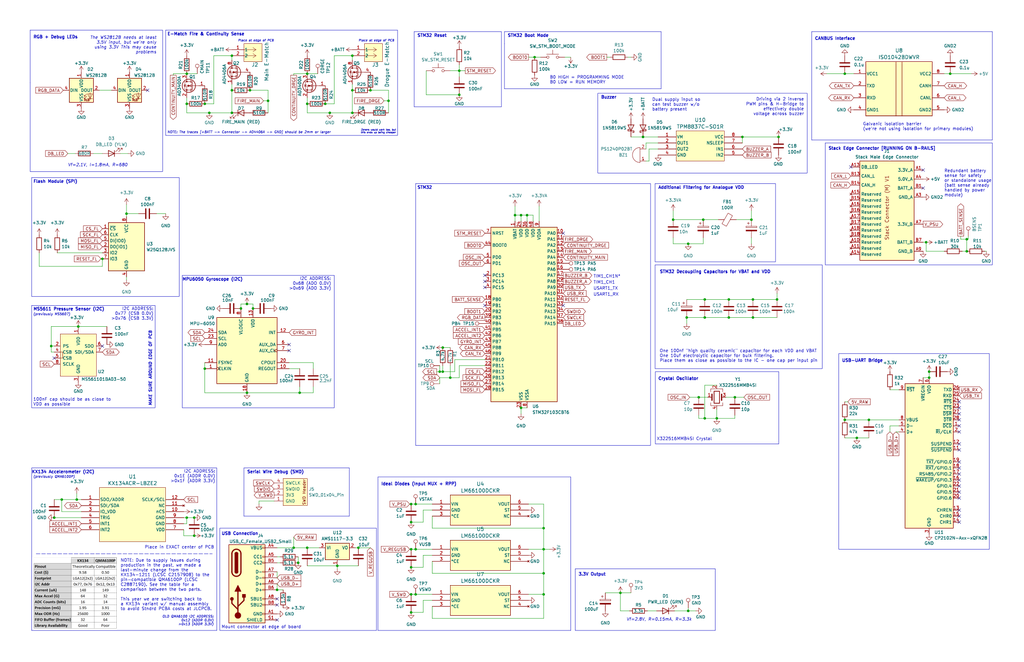
<source format=kicad_sch>
(kicad_sch (version 20230121) (generator eeschema)
  (paper "B")
  (title_block (title "QRET 23-24 SRAD Altimeter Module") (date "2025-03-06") (rev "V2.0") (company "Queen's Rocket Engineering Team") (comment 1 "Contributors: Joshua Xiang, Kennan Bays") (comment 4 "GRID = 0.635mm"))
  (junction (at 400.685 31.115))
  (junction (at 104.14 128.27))
  (junction (at 297.18 126.365))
  (junction (at 356.235 177.165))
  (junction (at 148.59 47.625))
  (junction (at 173.355 239.395))
  (junction (at 173.355 231.775))
  (junction (at 104.14 165.735))
  (junction (at 123.825 231.14))
  (junction (at 328.295 57.785))
  (junction (at 106.68 130.175))
  (junction (at 217.17 90.805))
  (junction (at 113.03 42.545))
  (junction (at 43.18 109.22))
  (junction (at 356.235 31.115))
  (junction (at 366.395 177.165))
  (junction (at 137.16 43.815))
  (junction (at 53.34 90.17))
  (junction (at 116.84 248.92))
  (junction (at 193.675 29.845))
  (junction (at 407.67 106.045))
  (junction (at 407.67 100.965))
  (junction (at 313.055 57.785))
  (junction (at 139.065 47.625))
  (junction (at 81.915 226.06))
  (junction (at 126.365 165.735))
  (junction (at 86.36 43.815))
  (junction (at 97.79 47.625))
  (junction (at 229.235 241.935))
  (junction (at 219.71 90.805))
  (junction (at 390.525 102.235))
  (junction (at 175.26 250.825))
  (junction (at 142.24 238.76))
  (junction (at 193.675 40.005))
  (junction (at 86.36 155.575))
  (junction (at 148.59 23.495))
  (junction (at 21.59 146.05))
  (junction (at 97.79 38.1))
  (junction (at 129.54 231.14))
  (junction (at 148.59 38.1))
  (junction (at 78.74 43.815))
  (junction (at 302.26 176.53))
  (junction (at 219.71 172.085))
  (junction (at 296.545 92.71))
  (junction (at 186.69 156.845))
  (junction (at 290.195 257.81))
  (junction (at 294.64 167.64))
  (junction (at 229.235 231.775))
  (junction (at 307.34 133.985))
  (junction (at 101.6 130.175))
  (junction (at 151.13 231.14))
  (junction (at 129.54 31.115))
  (junction (at 297.18 133.985))
  (junction (at 156.21 38.1))
  (junction (at 186.69 146.685))
  (junction (at 229.235 222.885))
  (junction (at 283.845 92.71))
  (junction (at 97.79 23.495))
  (junction (at 173.355 212.725))
  (junction (at 261.62 250.19))
  (junction (at 229.235 250.825))
  (junction (at 88.265 47.625))
  (junction (at 297.18 176.53))
  (junction (at 33.02 137.795))
  (junction (at 316.865 92.71))
  (junction (at 175.26 212.725))
  (junction (at 81.915 218.44))
  (junction (at 26.035 210.82))
  (junction (at 105.41 38.1))
  (junction (at 189.865 159.385))
  (junction (at 309.88 167.64))
  (junction (at 78.74 31.115))
  (junction (at 125.73 237.49))
  (junction (at 78.74 218.44))
  (junction (at 129.54 43.815))
  (junction (at 222.25 90.805))
  (junction (at 317.5 126.365))
  (junction (at 22.86 218.44))
  (junction (at 391.795 159.385))
  (junction (at 327.66 126.365))
  (junction (at 290.195 102.87))
  (junction (at 307.34 126.365))
  (junction (at 289.56 133.985))
  (junction (at 163.83 42.545))
  (junction (at 271.145 57.785))
  (junction (at 225.425 24.13))
  (junction (at 317.5 133.985))
  (junction (at 185.42 156.845))
  (junction (at 173.355 250.825))
  (junction (at 32.385 210.82))
  (junction (at 173.355 220.345))
  (junction (at 361.315 184.785))
  (junction (at 175.26 231.775))
  (junction (at 391.795 156.845))
  (junction (at 173.355 258.445))
  (no_connect (at 404.495 215.265))
  (no_connect (at 204.47 118.745))
  (no_connect (at 116.84 261.62))
  (no_connect (at 404.495 200.025))
  (no_connect (at 404.495 220.345))
  (no_connect (at 389.255 79.375))
  (no_connect (at 404.495 174.625))
  (no_connect (at 121.92 147.955))
  (no_connect (at 237.49 98.425))
  (no_connect (at 404.495 179.705))
  (no_connect (at 116.84 252.73))
  (no_connect (at 237.49 128.905))
  (no_connect (at 404.495 197.485))
  (no_connect (at 404.495 169.545))
  (no_connect (at 22.86 151.13))
  (no_connect (at 389.255 71.755))
  (no_connect (at 204.47 128.905))
  (no_connect (at 204.47 121.285))
  (no_connect (at 204.47 116.205))
  (no_connect (at 62.23 38.1))
  (no_connect (at 116.84 255.27))
  (no_connect (at 404.495 202.565))
  (no_connect (at 43.18 146.05))
  (no_connect (at 404.495 210.185))
  (no_connect (at 404.495 207.645))
  (no_connect (at 358.775 70.485))
  (no_connect (at 121.92 145.415))
  (no_connect (at 404.495 187.325))
  (no_connect (at 404.495 189.865))
  (no_connect (at 404.495 182.245))
  (no_connect (at 404.495 205.105))
  (no_connect (at 404.495 217.805))
  (no_connect (at 404.495 177.165))
  (no_connect (at 404.495 172.085))
  (no_connect (at 404.495 194.945))
  (wire (pts (xy 408.305 99.695) (xy 408.305 100.965)))
  (wire (pts (xy 90.17 43.815) (xy 90.17 23.495)))
  (wire (pts (xy 297.18 176.53) (xy 302.26 176.53)))
  (wire (pts (xy 186.69 154.305) (xy 186.69 156.845)))
  (wire (pts (xy 296.545 92.71) (xy 302.895 92.71)))
  (wire (pts (xy 294.64 167.64) (xy 298.45 167.64)))
  (polyline (pts (xy 212.725 13.335) (xy 212.725 18.415)))
  (wire (pts (xy 193.675 29.845) (xy 193.675 32.385)))
  (wire (pts (xy 73.025 31.75) (xy 73.025 31.115)))
  (wire (pts (xy 390.525 106.045) (xy 390.525 102.235)))
  (wire (pts (xy 309.88 176.53) (xy 302.26 176.53)))
  (wire (pts (xy 53.34 90.17) (xy 53.34 91.44)))
  (wire (pts (xy 229.235 212.725) (xy 229.235 222.885)))
  (polyline (pts (xy 12.7 34.925) (xy 12.7 34.925)))
  (wire (pts (xy 173.355 231.775) (xy 175.26 231.775)))
  (wire (pts (xy 222.885 231.775) (xy 229.235 231.775)))
  (wire (pts (xy 222.885 24.13) (xy 225.425 24.13)))
  (wire (pts (xy 191.77 151.765) (xy 191.77 156.845)))
  (wire (pts (xy 121.92 155.575) (xy 126.365 155.575)))
  (wire (pts (xy 78.74 43.815) (xy 78.74 47.625)))
  (wire (pts (xy 261.62 257.81) (xy 265.43 257.81)))
  (wire (pts (xy 389.255 102.235) (xy 390.525 102.235)))
  (polyline (pts (xy 418.465 13.335) (xy 418.465 59.055)))
  (wire (pts (xy 81.915 226.06) (xy 77.47 226.06)))
  (wire (pts (xy 172.72 212.725) (xy 173.355 212.725)))
  (wire (pts (xy 289.56 126.365) (xy 297.18 126.365)))
  (wire (pts (xy 53.34 116.84) (xy 53.34 118.11)))
  (wire (pts (xy 129.54 31.115) (xy 133.985 31.115)))
  (wire (pts (xy 113.03 38.1) (xy 113.03 42.545)))
  (wire (pts (xy 129.54 231.14) (xy 134.62 231.14)))
  (wire (pts (xy 175.26 212.725) (xy 182.245 212.725)))
  (wire (pts (xy 189.865 159.385) (xy 193.675 159.385)))
  (wire (pts (xy 219.71 172.085) (xy 219.71 174.625)))
  (wire (pts (xy 78.74 47.625) (xy 88.265 47.625)))
  (wire (pts (xy 182.245 234.315) (xy 178.435 234.315)))
  (wire (pts (xy 129.54 238.76) (xy 142.24 238.76)))
  (wire (pts (xy 101.6 128.27) (xy 101.6 130.175)))
  (wire (pts (xy 97.79 23.495) (xy 97.79 25.4)))
  (wire (pts (xy 182.245 241.935) (xy 229.235 241.935)))
  (wire (pts (xy 289.56 133.985) (xy 297.18 133.985)))
  (wire (pts (xy 290.195 256.54) (xy 290.195 257.81)))
  (wire (pts (xy 78.74 218.44) (xy 78.74 220.98)))
  (wire (pts (xy 313.055 57.785) (xy 328.295 57.785)))
  (wire (pts (xy 317.5 126.365) (xy 327.66 126.365)))
  (polyline (pts (xy 15.24 233.68) (xy 89.535 233.68)) (stroke (width 0) (type dash)))
  (wire (pts (xy 398.145 106.045) (xy 390.525 106.045)))
  (wire (pts (xy 140.97 23.495) (xy 148.59 23.495)))
  (wire (pts (xy 184.15 156.845) (xy 185.42 156.845)))
  (wire (pts (xy 182.245 253.365) (xy 178.435 253.365)))
  (wire (pts (xy 302.26 176.53) (xy 302.26 172.72)))
  (wire (pts (xy 294.64 176.53) (xy 294.64 175.26)))
  (wire (pts (xy 272.415 60.325) (xy 277.495 60.325)))
  (wire (pts (xy 32.385 210.82) (xy 34.29 210.82)))
  (wire (pts (xy 39.37 64.77) (xy 43.18 64.77)))
  (wire (pts (xy 156.21 231.14) (xy 151.13 231.14)))
  (wire (pts (xy 193.675 29.845) (xy 196.215 29.845)))
  (wire (pts (xy 284.48 257.81) (xy 290.195 257.81)))
  (wire (pts (xy 375.285 179.705) (xy 379.095 179.705)))
  (wire (pts (xy 163.83 47.625) (xy 163.83 42.545)))
  (wire (pts (xy 116.84 237.49) (xy 118.11 237.49)))
  (wire (pts (xy 125.73 234.95) (xy 125.73 237.49)))
  (wire (pts (xy 172.72 250.825) (xy 173.355 250.825)))
  (wire (pts (xy 156.21 38.1) (xy 163.83 38.1)))
  (wire (pts (xy 408.305 100.965) (xy 407.67 100.965)))
  (wire (pts (xy 217.17 90.805) (xy 217.17 93.345)))
  (wire (pts (xy 77.47 218.44) (xy 78.74 218.44)))
  (wire (pts (xy 78.74 41.275) (xy 78.74 43.815)))
  (wire (pts (xy 116.84 231.14) (xy 123.825 231.14)))
  (polyline (pts (xy 147.32 217.805) (xy 102.87 217.805)))
  (wire (pts (xy 227.33 86.995) (xy 227.33 93.345)))
  (wire (pts (xy 179.705 40.005) (xy 193.675 40.005)))
  (wire (pts (xy 78.74 218.44) (xy 81.915 218.44)))
  (wire (pts (xy 229.235 241.935) (xy 229.235 250.825)))
  (wire (pts (xy 186.69 146.685) (xy 189.865 146.685)))
  (wire (pts (xy 129.54 41.275) (xy 129.54 43.815)))
  (wire (pts (xy 297.18 162.56) (xy 297.18 176.53)))
  (wire (pts (xy 327.66 123.825) (xy 327.66 126.365)))
  (wire (pts (xy 33.02 137.795) (xy 33.02 138.43)))
  (wire (pts (xy 289.56 133.985) (xy 289.56 136.525)))
  (wire (pts (xy 356.235 31.115) (xy 360.045 31.115)))
  (wire (pts (xy 182.245 222.885) (xy 229.235 222.885)))
  (wire (pts (xy 175.26 231.775) (xy 182.245 231.775)))
  (wire (pts (xy 148.59 35.56) (xy 148.59 38.1)))
  (wire (pts (xy 109.22 211.455) (xy 109.22 212.725)))
  (wire (pts (xy 121.92 153.035) (xy 132.08 153.035)))
  (wire (pts (xy 140.97 43.815) (xy 140.97 23.495)))
  (wire (pts (xy 106.68 128.27) (xy 106.68 130.175)))
  (wire (pts (xy 361.315 184.785) (xy 366.395 184.785)))
  (wire (pts (xy 28.575 64.77) (xy 31.75 64.77)))
  (wire (pts (xy 88.265 47.625) (xy 97.79 47.625)))
  (wire (pts (xy 86.36 153.035) (xy 86.36 155.575)))
  (wire (pts (xy 224.79 90.805) (xy 222.25 90.805)))
  (wire (pts (xy 271.145 57.785) (xy 277.495 57.785)))
  (wire (pts (xy 222.885 212.725) (xy 229.235 212.725)))
  (polyline (pts (xy 147.32 197.485) (xy 147.32 217.805)))
  (wire (pts (xy 97.79 38.1) (xy 97.79 47.625)))
  (wire (pts (xy 132.08 153.035) (xy 132.08 155.575)))
  (wire (pts (xy 316.865 100.33) (xy 316.865 102.87)))
  (wire (pts (xy 175.26 250.825) (xy 182.245 250.825)))
  (wire (pts (xy 66.04 90.17) (xy 69.85 90.17)))
  (wire (pts (xy 178.435 239.395) (xy 173.355 239.395)))
  (wire (pts (xy 43.18 112.395) (xy 43.18 109.22)))
  (polyline (pts (xy 159.385 201.295) (xy 240.665 201.295)))
  (wire (pts (xy 172.72 231.775) (xy 173.355 231.775)))
  (wire (pts (xy 356.235 184.785) (xy 361.315 184.785)))
  (polyline (pts (xy 212.725 37.465) (xy 278.765 37.465)))
  (wire (pts (xy 261.62 250.19) (xy 261.62 257.81)))
  (wire (pts (xy 129.54 43.815) (xy 129.54 47.625)))
  (wire (pts (xy 104.14 128.27) (xy 101.6 128.27)))
  (polyline (pts (xy 240.665 266.065) (xy 240.665 201.295)))
  (wire (pts (xy 229.235 222.885) (xy 229.235 231.775)))
  (wire (pts (xy 185.42 159.385) (xy 189.865 159.385)))
  (wire (pts (xy 41.91 38.1) (xy 46.99 38.1)))
  (wire (pts (xy 142.24 238.76) (xy 142.24 240.03)))
  (wire (pts (xy 264.795 24.13) (xy 266.065 24.13)))
  (wire (pts (xy 179.705 29.845) (xy 179.705 40.005)))
  (wire (pts (xy 182.245 215.265) (xy 178.435 215.265)))
  (wire (pts (xy 204.47 151.765) (xy 191.77 151.765)))
  (wire (pts (xy 356.235 177.165) (xy 366.395 177.165)))
  (wire (pts (xy 261.62 250.19) (xy 266.065 250.19)))
  (wire (pts (xy 375.285 164.465) (xy 379.095 164.465)))
  (wire (pts (xy 77.47 220.98) (xy 78.74 220.98)))
  (polyline (pts (xy 102.87 197.485) (xy 147.32 197.485)))
  (wire (pts (xy 116.84 248.92) (xy 119.38 248.92)))
  (wire (pts (xy 238.125 24.13) (xy 240.665 24.13)))
  (polyline (pts (xy 212.725 18.415) (xy 212.725 37.465)))
  (wire (pts (xy 316.865 88.9) (xy 316.865 92.71)))
  (wire (pts (xy 185.42 159.385) (xy 185.42 161.925)))
  (wire (pts (xy 151.13 231.14) (xy 149.86 231.14)))
  (wire (pts (xy 273.05 257.81) (xy 276.86 257.81)))
  (wire (pts (xy 415.29 106.045) (xy 415.925 106.045)))
  (wire (pts (xy 123.825 31.75) (xy 123.825 31.115)))
  (wire (pts (xy 22.86 210.82) (xy 26.035 210.82)))
  (wire (pts (xy 407.67 100.965) (xy 405.13 100.965)))
  (wire (pts (xy 186.69 156.845) (xy 191.77 156.845)))
  (wire (pts (xy 222.25 90.805) (xy 222.25 93.345)))
  (wire (pts (xy 255.905 24.13) (xy 257.175 24.13)))
  (wire (pts (xy 182.245 260.985) (xy 229.235 260.985)))
  (wire (pts (xy 229.235 250.825) (xy 229.235 260.985)))
  (wire (pts (xy 222.885 250.825) (xy 229.235 250.825)))
  (polyline (pts (xy 418.465 59.055) (xy 342.265 59.055)))
  (wire (pts (xy 53.34 90.17) (xy 58.42 90.17)))
  (wire (pts (xy 16.51 106.68) (xy 16.51 112.395)))
  (wire (pts (xy 310.515 92.71) (xy 316.865 92.71)))
  (wire (pts (xy 109.22 211.455) (xy 115.57 211.455)))
  (wire (pts (xy 142.24 238.76) (xy 151.13 238.76)))
  (wire (pts (xy 178.435 234.315) (xy 178.435 239.395)))
  (wire (pts (xy 26.035 210.82) (xy 32.385 210.82)))
  (wire (pts (xy 90.17 23.495) (xy 97.79 23.495)))
  (wire (pts (xy 173.355 212.725) (xy 175.26 212.725)))
  (polyline (pts (xy 342.265 13.335) (xy 418.465 13.335)))
  (wire (pts (xy 273.685 67.945) (xy 273.685 62.865)))
  (wire (pts (xy 283.845 88.9) (xy 283.845 92.71)))
  (wire (pts (xy 302.26 162.56) (xy 297.18 162.56)))
  (wire (pts (xy 283.845 102.87) (xy 290.195 102.87)))
  (wire (pts (xy 123.825 231.14) (xy 129.54 231.14)))
  (wire (pts (xy 193.675 27.305) (xy 193.675 29.845)))
  (wire (pts (xy 104.14 165.735) (xy 126.365 165.735)))
  (wire (pts (xy 34.29 215.9) (xy 26.035 215.9)))
  (wire (pts (xy 104.14 128.27) (xy 106.68 128.27)))
  (wire (pts (xy 33.02 137.795) (xy 45.085 137.795)))
  (wire (pts (xy 229.235 231.775) (xy 229.235 241.935)))
  (wire (pts (xy 229.235 231.775) (xy 231.775 231.775)))
  (wire (pts (xy 178.435 258.445) (xy 173.355 258.445)))
  (wire (pts (xy 26.035 215.9) (xy 26.035 210.82)))
  (wire (pts (xy 178.435 215.265) (xy 178.435 220.345)))
  (wire (pts (xy 53.34 86.36) (xy 53.34 90.17)))
  (wire (pts (xy 86.36 155.575) (xy 86.36 165.735)))
  (wire (pts (xy 24.13 106.68) (xy 43.18 106.68)))
  (wire (pts (xy 294.64 167.64) (xy 290.83 167.64)))
  (wire (pts (xy 405.13 100.965) (xy 405.13 99.695)))
  (wire (pts (xy 50.8 64.77) (xy 53.975 64.77)))
  (wire (pts (xy 123.825 31.115) (xy 129.54 31.115)))
  (wire (pts (xy 113.03 42.545) (xy 111.125 42.545)))
  (wire (pts (xy 309.88 167.64) (xy 313.69 167.64)))
  (wire (pts (xy 366.395 177.165) (xy 379.095 177.165)))
  (polyline (pts (xy 278.765 13.335) (xy 212.725 13.335)))
  (wire (pts (xy 222.25 90.805) (xy 219.71 90.805)))
  (wire (pts (xy 173.355 250.825) (xy 175.26 250.825)))
  (wire (pts (xy 389.255 159.385) (xy 391.795 159.385)))
  (wire (pts (xy 217.17 86.995) (xy 217.17 90.805)))
  (wire (pts (xy 225.425 24.13) (xy 227.965 24.13)))
  (wire (pts (xy 21.59 146.05) (xy 22.86 146.05)))
  (wire (pts (xy 306.07 167.64) (xy 309.88 167.64)))
  (wire (pts (xy 148.59 23.495) (xy 148.59 25.4)))
  (polyline (pts (xy 342.265 13.335) (xy 342.265 59.055)))
  (wire (pts (xy 219.71 90.805) (xy 219.71 93.345)))
  (wire (pts (xy 400.685 31.115) (xy 409.575 31.115)))
  (wire (pts (xy 407.67 106.045) (xy 407.67 100.965)))
  (wire (pts (xy 185.42 154.305) (xy 185.42 156.845)))
  (wire (pts (xy 307.34 126.365) (xy 317.5 126.365)))
  (wire (pts (xy 255.27 250.19) (xy 261.62 250.19)))
  (wire (pts (xy 272.415 62.865) (xy 272.415 60.325)))
  (wire (pts (xy 178.435 253.365) (xy 178.435 258.445)))
  (wire (pts (xy 290.195 257.81) (xy 293.37 257.81)))
  (polyline (pts (xy 278.765 37.465) (xy 278.765 13.335)))
  (wire (pts (xy 189.865 154.305) (xy 189.865 159.385)))
  (wire (pts (xy 73.025 31.115) (xy 78.74 31.115)))
  (wire (pts (xy 22.86 148.59) (xy 21.59 148.59)))
  (wire (pts (xy 224.79 93.345) (xy 224.79 90.805)))
  (wire (pts (xy 219.71 90.805) (xy 217.17 90.805)))
  (wire (pts (xy 148.59 38.1) (xy 148.59 47.625)))
  (wire (pts (xy 283.845 92.71) (xy 296.545 92.71)))
  (wire (pts (xy 126.365 165.735) (xy 132.08 165.735)))
  (wire (pts (xy 283.845 100.33) (xy 283.845 102.87)))
  (wire (pts (xy 21.59 148.59) (xy 21.59 146.05)))
  (wire (pts (xy 296.545 102.87) (xy 296.545 100.33)))
  (polyline (pts (xy 159.385 266.065) (xy 240.665 266.065)))
  (wire (pts (xy 182.245 241.935) (xy 182.245 236.855)))
  (wire (pts (xy 137.16 43.815) (xy 140.97 43.815)))
  (wire (pts (xy 273.685 62.865) (xy 277.495 62.865)))
  (wire (pts (xy 123.825 226.695) (xy 123.825 231.14)))
  (wire (pts (xy 317.5 133.985) (xy 327.66 133.985)))
  (wire (pts (xy 189.865 29.845) (xy 193.675 29.845)))
  (wire (pts (xy 182.245 217.805) (xy 182.245 222.885)))
  (wire (pts (xy 297.18 176.53) (xy 294.64 176.53)))
  (wire (pts (xy 193.675 154.305) (xy 204.47 154.305)))
  (wire (pts (xy 219.71 172.085) (xy 222.25 172.085)))
  (wire (pts (xy 16.51 112.395) (xy 43.18 112.395)))
  (wire (pts (xy 178.435 220.345) (xy 173.355 220.345)))
  (wire (pts (xy 113.03 47.625) (xy 113.03 42.545)))
  (wire (pts (xy 182.245 260.985) (xy 182.245 255.905)))
  (wire (pts (xy 391.795 156.845) (xy 391.795 159.385)))
  (wire (pts (xy 126.365 163.195) (xy 126.365 165.735)))
  (polyline (pts (xy 102.87 217.805) (xy 102.87 197.485)))
  (wire (pts (xy 32.385 208.28) (xy 32.385 210.82)))
  (wire (pts (xy 116.84 241.3) (xy 116.84 243.84)))
  (wire (pts (xy 313.055 57.785) (xy 313.055 60.325)))
  (wire (pts (xy 97.79 35.56) (xy 97.79 38.1)))
  (wire (pts (xy 21.59 146.05) (xy 21.59 137.795)))
  (wire (pts (xy 356.235 169.545) (xy 357.505 169.545)))
  (wire (pts (xy 185.42 156.845) (xy 186.69 156.845)))
  (wire (pts (xy 307.34 133.985) (xy 317.5 133.985)))
  (wire (pts (xy 116.84 234.95) (xy 118.11 234.95)))
  (wire (pts (xy 77.47 226.06) (xy 77.47 223.52)))
  (wire (pts (xy 86.36 165.735) (xy 104.14 165.735)))
  (wire (pts (xy 377.825 182.245) (xy 379.095 182.245)))
  (wire (pts (xy 375.285 179.705) (xy 375.285 182.245)))
  (wire (pts (xy 116.84 246.38) (xy 116.84 248.92)))
  (polyline (pts (xy 159.385 201.295) (xy 159.385 266.065)))
  (wire (pts (xy 163.83 42.545) (xy 161.925 42.545)))
  (wire (pts (xy 132.08 163.195) (xy 132.08 165.735)))
  (wire (pts (xy 129.54 47.625) (xy 139.065 47.625)))
  (wire (pts (xy 86.36 43.815) (xy 90.17 43.815)))
  (wire (pts (xy 272.415 67.945) (xy 273.685 67.945)))
  (wire (pts (xy 163.83 38.1) (xy 163.83 42.545)))
  (wire (pts (xy 139.065 47.625) (xy 148.59 47.625)))
  (wire (pts (xy 105.41 38.1) (xy 113.03 38.1)))
  (wire (pts (xy 42.545 109.22) (xy 43.18 109.22)))
  (wire (pts (xy 21.59 137.795) (xy 33.02 137.795)))
  (wire (pts (xy 78.74 31.115) (xy 83.185 31.115)))
  (wire (pts (xy 22.86 218.44) (xy 34.29 218.44)))
  (wire (pts (xy 193.675 159.385) (xy 193.675 154.305)))
  (wire (pts (xy 266.065 57.785) (xy 271.145 57.785)))
  (wire (pts (xy 309.88 175.26) (xy 309.88 176.53)))
  (wire (pts (xy 398.145 31.115) (xy 400.685 31.115)))
  (wire (pts (xy 348.615 31.115) (xy 356.235 31.115)))
  (wire (pts (xy 405.765 106.045) (xy 407.67 106.045)))
  (wire (pts (xy 297.18 126.365) (xy 307.34 126.365)))
  (wire (pts (xy 297.18 133.985) (xy 307.34 133.985)))
  (wire (pts (xy 290.195 102.87) (xy 296.545 102.87)))
  (rectangle (start 13.335 197.485) (end 91.44 266.065))
  (rectangle (start 92.71 222.885) (end 158.75 266.065))
  (rectangle (start 252.095 39.37) (end 340.36 73.025))
  (rectangle (start 69.85 12.7) (end 167.64 57.15))
  (rectangle (start 353.695 149.225) (end 417.195 231.775))
  (rectangle (start 13.335 128.905) (end 65.405 172.085))
  (rectangle (start 76.835 116.205) (end 140.97 172.085))
  (rectangle (start 175.26 77.47) (end 274.32 187.96))
  (rectangle (start 276.225 77.47) (end 327.025 110.49))
  (rectangle (start 12.7 12.7) (end 68.58 72.39))
  (rectangle (start 13.335 74.93) (end 75.565 125.095))
  (rectangle (start 347.98 60.325) (end 418.465 111.76))
  (rectangle (start 174.625 13.335) (end 211.455 45.085))
  (rectangle (start 276.225 111.76) (end 346.71 155.575))
  (rectangle (start 242.57 240.03) (end 301.625 266.065))
  (rectangle (start 276.352 156.845) (end 328.422 187.325))
  (image (at 31.75 250.19) (scale 0.625764))
  (text "Serial Wire Debug (SMD)" (at 104.14 200.025 0) (effects (font (size 1.27 1.27) (thickness 0.254) bold) (justify left bottom)))
  (text "Flash Module (SPI)" (at 13.97 77.47 0) (effects (font (size 1.27 1.27) bold) (justify left bottom)))
  (text "RGB + Debug LEDs" (at 13.97 16.51 0) (effects (font (size 1.27 1.27) (thickness 0.254) bold) (justify left bottom)))
  (text "The WS2812B needs at least\n3.5V input, but we're only\nusing 3.3V This may cause\nproblems" (at 66.04 22.86 0) (effects (font (size 1.27 1.27) italic) (justify right bottom)))
  (text "Additional Filtering for Analogue VDD" (at 277.495 80.01 0) (effects (font (size 1.27 1.27) (thickness 0.254) bold) (justify left bottom)))
  (text "(previously QMA6100P)" (at 13.97 201.93 0) (effects (font (size 1 1) italic) (justify left bottom)))
  (text "Stack Edge Connector [RUNNING ON B-RAILS]" (at 349.25 63.5 0) (effects (font (size 1.27 1.27) (thickness 0.254) bold) (justify left bottom)))
  (text "NOTE: Due to supply issues during\nproduction in the past, we made a\nlast-minute change from the\nKX134-1211 (LCSC C2157908) to the\npin-compatible QMA6100P (LCSC\nC2887190). See the table for a\ncomparison between the two parts.\n\nThis year we are switching back to\na KX134 variant w/ manual assembly\nto avoid Stndrd PCBA costs at JLCPCB." (at 50.8 257.81 0) (effects (font (size 1.27 1.27)) (justify left bottom)))
  (text "Buzzer" (at 253.365 41.91 0) (effects (font (size 1.27 1.27) bold) (justify left bottom)))
  (text "Place at edge of PCB" (at 151.13 17.78 0) (effects (font (size 0.9 0.9) italic) (justify left bottom)))
  (text "Ideal Diodes (Input MUX + RPP)" (at 160.655 205.105 0) (effects (font (size 1.27 1.27) (thickness 0.254) bold) (justify left bottom)))
  (text "Crystal Oscillator" (at 277.495 160.655 0) (effects (font (size 1.27 1.27) (thickness 0.254) bold) (justify left bottom)))
  (text "Place at edge of PCB" (at 100.33 17.78 0) (effects (font (size 0.9 0.9) italic) (justify left bottom)))
  (text "Vf=2.1V, I=1.8mA, R=680" (at 28.575 70.485 0) (effects (font (size 1.27 1.27) italic) (justify left bottom)))
  (text "STM32" (at 175.895 80.01 0) (effects (font (size 1.27 1.27) (thickness 0.254) bold) (justify left bottom)))
  (text "I2C ADDRESS:\n0x1E (ADDR 0.0V)\n>0x1F (ADDR 3.3V)" (at 90.805 203.835 0) (effects (font (size 1.27 1.27)) (justify right bottom)))
  (text "B0 HIGH = PROGRAMMING MODE\nB0 LOW = RUN MEMORY" (at 231.775 35.56 0) (effects (font (size 1.27 1.27)) (justify left bottom)))
  (text "USART1_TX" (at 250.19 122.555 0) (effects (font (size 1.27 1.27)) (justify left bottom)))
  (text "USART1_RX" (at 250.19 125.095 0) (effects (font (size 1.27 1.27)) (justify left bottom)))
  (text "MS5611 Pressure Sensor (I2C)" (at 13.97 131.318 0) (effects (font (size 1.27 1.27) (thickness 0.254) bold) (justify left bottom)))
  (text "Place in EXACT center of PCB" (at 60.96 231.775 0) (effects (font (size 1.27 1.27)) (justify left bottom)))
  (text "3.3V Output" (at 243.84 243.205 0) (effects (font (size 1.27 1.27) (thickness 0.254) bold) (justify left bottom)))
  (text "OLD QMA6100 I2C ADDRESS:\n0x12 (ADDR 0.0V)\n>0x13 (ADDR 3.3V)" (at 90.17 264.16 0) (effects (font (size 1 1) italic) (justify right bottom)))
  (text "Mount connector at edge of board\n" (at 93.345 265.43 0) (effects (font (size 1.27 1.27)) (justify left bottom)))
  (text "(previously MS5607)" (at 13.97 133.35 0) (effects (font (size 1 1) italic) (justify left bottom)))
  (text "\nX322516MMB4SI Crystal " (at 276.86 186.055 0) (effects (font (size 1.27 1.27)) (justify left bottom)))
  (text "CANBUS Interface" (at 343.535 17.145 0) (effects (font (size 1.27 1.27) (thickness 0.254) bold) (justify left bottom)))
  (text "STM32 Decoupling Capacitors for VBAT and VDD" (at 278.13 115.57 0) (effects (font (size 1.27 1.27) (thickness 0.254) bold) (justify left bottom)))
  (text "I2C ADDRESS:\n0x68 (ADO 0.0V)\n>0x69 (ADO 3.3V)" (at 139.7 122.555 0) (effects (font (size 1.27 1.27)) (justify right bottom)))
  (text "STM32 Boot Mode" (at 213.995 15.875 0) (effects (font (size 1.27 1.27) (thickness 0.254) bold) (justify left bottom)))
  (text "TIM1_CH1N*" (at 250.19 117.475 0) (effects (font (size 1.27 1.27)) (justify left bottom)))
  (text "TIM1_CH1" (at 250.19 120.015 0) (effects (font (size 1.27 1.27)) (justify left bottom)))
  (text "KX134 Accelerometer (I2C)" (at 13.335 200.025 0) (effects (font (size 1.27 1.27) (thickness 0.254) bold) (justify left bottom)))
  (text "E-Match Fire & Continuity Sense" (at 70.485 15.24 0) (effects (font (size 1.27 1.27) bold) (justify left bottom)))
  (text "Galvanic isolation barrier\n(we're not using isolation for primary modules)" (at 363.855 55.245 0) (effects (font (size 1.27 1.27)) (justify left bottom)))
  (text "One 100nf \"high quality ceramic\" capacitor for each VDD and VBAT\nOne 10uf electrolytic capacitor for bulk filtering.\nPlace them as close as possible to the IC - one cap per input pin" (at 278.13 153.035 0) (effects (font (size 1.27 1.27)) (justify left bottom)))
  (text "NOTE: The traces [+BATT -> Connector -> AO4406A -> GND] should be 2mm or larger" (at 70.485 56.515 0) (effects (font (size 1 1) italic) (justify left bottom)))
  (text "Zeners would work too, but\nthis ends up being cheaper" (at 167.005 56.515 0) (effects (font (size 0.7 0.7) italic) (justify right bottom)))
  (text "MAKE SURE AROUND EDGE OF PCB" (at 64.135 171.45 90) (effects (font (size 1.2 1.2) (thickness 0.24) bold italic) (justify left bottom)))
  (text "Driving via 2 inverse\nPWM pins & H-Bridge to\neffectively double\nvoltage across buzzer" (at 339.09 48.895 0) (effects (font (size 1.27 1.27)) (justify right bottom)))
  (text "100nF cap should be as close to\nVDD as possible" (at 13.97 171.45 0) (effects (font (size 1.27 1.27)) (justify left bottom)))
  (text "I2C ADDRESS:\n0x77 (CSB 0.0V)\n>0x76 (CSB 3.3V)" (at 64.77 135.255 0) (effects (font (size 1.27 1.27)) (justify right bottom)))
  (text "STM32 Reset" (at 175.895 15.875 0) (effects (font (size 1.27 1.27) (thickness 0.254) bold) (justify left bottom)))
  (text "MPU6050 Gyroscope (I2C)" (at 76.835 118.745 0) (effects (font (size 1.27 1.27) (thickness 0.254) bold) (justify left bottom)))
  (text "Dual supply input so\ncan test buzzer w/o\nbattery present" (at 274.955 46.99 0) (effects (font (size 1.27 1.27)) (justify left bottom)))
  (text "USB Connection" (at 93.345 226.06 0) (effects (font (size 1.27 1.27) (thickness 0.254) bold) (justify left bottom)))
  (text "Vf=2.8V, R=0.15mA, R=3.3k" (at 264.16 262.255 0) (effects (font (size 1.27 1.27) italic) (justify left bottom)))
  (text "Redundant battery\nsense for safety\nor standalone usage\n(batt sense already\nhandled by power\nmodule)\n" (at 398.145 83.185 0) (effects (font (size 1.27 1.27)) (justify left bottom)))
  (text "USB-UART Bridge" (at 354.965 153.035 0) (effects (font (size 1.27 1.27) (thickness 0.254) bold) (justify left bottom)))
  (global_label "SWCLK" (shape input) (at 115.57 203.835 180) (property "Intersheetrefs" "${INTERSHEET_REFS}" (effects hide)))
  (global_label "V_SWD" (shape input) (at 172.72 250.825 180) (property "Intersheetrefs" "${INTERSHEET_REFS}" (effects hide)))
  (global_label "GYRO_INT" (shape input) (at 121.92 140.335 0) (property "Intersheetrefs" "${INTERSHEET_REFS}" (effects hide)))
  (global_label "RESET_FL" (shape output) (at 237.49 126.365 0) (property "Intersheetrefs" "${INTERSHEET_REFS}" (effects hide)))
  (global_label "SCL" (shape input) (at 22.86 153.67 180) (property "Intersheetrefs" "${INTERSHEET_REFS}" (effects hide)))
  (global_label "SCL" (shape input) (at 77.47 210.82 0) (property "Intersheetrefs" "${INTERSHEET_REFS}" (effects hide)))
  (global_label "MOSI_FL" (shape input) (at 204.47 164.465 180) (property "Intersheetrefs" "${INTERSHEET_REFS}" (effects hide)))
  (global_label "SDA" (shape bidirectional) (at 34.29 213.36 180) (property "Intersheetrefs" "${INTERSHEET_REFS}" (effects hide)))
  (global_label "BUZZER_A" (shape output) (at 237.49 118.745 0) (property "Intersheetrefs" "${INTERSHEET_REFS}" (effects hide)))
  (global_label "SWCLK" (shape input) (at 237.49 133.985 0) (property "Intersheetrefs" "${INTERSHEET_REFS}" (effects hide)))
  (global_label "CS_FL" (shape input) (at 43.18 96.52 180) (property "Intersheetrefs" "${INTERSHEET_REFS}" (effects hide)))
  (global_label "MISO_FL" (shape input) (at 204.47 161.925 180) (property "Intersheetrefs" "${INTERSHEET_REFS}" (effects hide)))
  (global_label "FIRE_DRGE" (shape input) (at 161.925 42.545 180) (property "Intersheetrefs" "${INTERSHEET_REFS}" (effects hide)))
  (global_label "USB_TX" (shape output) (at 237.49 121.285 0) (property "Intersheetrefs" "${INTERSHEET_REFS}" (effects hide)))
  (global_label "BUZZER_A" (shape input) (at 313.055 62.865 0) (property "Intersheetrefs" "${INTERSHEET_REFS}" (effects hide)))
  (global_label "CONTINUITY_DRGE" (shape input) (at 237.49 103.505 0) (property "Intersheetrefs" "${INTERSHEET_REFS}" (effects hide)))
  (global_label "USB_RX" (shape input) (at 237.49 123.825 0) (property "Intersheetrefs" "${INTERSHEET_REFS}" (effects hide)))
  (global_label "CONTINUITY_DRGE" (shape output) (at 123.825 31.75 270) (property "Intersheetrefs" "${INTERSHEET_REFS}" (effects hide)))
  (global_label "GYRO_INT" (shape input) (at 204.47 144.145 180) (property "Intersheetrefs" "${INTERSHEET_REFS}" (effects hide)))
  (global_label "CAN_L" (shape bidirectional) (at 398.145 41.275 0) (property "Intersheetrefs" "${INTERSHEET_REFS}" (effects hide)))
  (global_label "FIRE_DRGE" (shape output) (at 237.49 100.965 0) (property "Intersheetrefs" "${INTERSHEET_REFS}" (effects hide)))
  (global_label "STM_RESET" (shape input) (at 204.47 98.425 180) (property "Intersheetrefs" "${INTERSHEET_REFS}" (effects hide)))
  (global_label "SCK_FL" (shape input) (at 43.18 99.06 180) (property "Intersheetrefs" "${INTERSHEET_REFS}" (effects hide)))
  (global_label "ACCEL_INT1" (shape input) (at 34.29 220.98 180) (property "Intersheetrefs" "${INTERSHEET_REFS}" (effects hide)))
  (global_label "SCL" (shape output) (at 184.15 156.845 180) (property "Intersheetrefs" "${INTERSHEET_REFS}" (effects hide)))
  (global_label "BOOT0" (shape output) (at 222.885 24.13 180) (property "Intersheetrefs" "${INTERSHEET_REFS}" (effects hide)))
  (global_label "OSC_IN" (shape input) (at 290.83 167.64 180) (property "Intersheetrefs" "${INTERSHEET_REFS}" (effects hide)))
  (global_label "V_SWD" (shape output) (at 115.57 208.915 180) (property "Intersheetrefs" "${INTERSHEET_REFS}" (effects hide)))
  (global_label "V_PSU" (shape input) (at 172.72 212.725 180) (property "Intersheetrefs" "${INTERSHEET_REFS}" (effects hide)))
  (global_label "USB_TX" (shape input) (at 404.495 167.005 0) (property "Intersheetrefs" "${INTERSHEET_REFS}" (effects hide)))
  (global_label "FIRE_MAIN" (shape input) (at 111.125 42.545 180) (property "Intersheetrefs" "${INTERSHEET_REFS}" (effects hide)))
  (global_label "BOOT0" (shape input) (at 204.47 103.505 180) (property "Intersheetrefs" "${INTERSHEET_REFS}" (effects hide)))
  (global_label "FIRE_MAIN" (shape output) (at 237.49 106.045 0) (property "Intersheetrefs" "${INTERSHEET_REFS}" (effects hide)))
  (global_label "V_PSU" (shape output) (at 389.255 94.615 0) (property "Intersheetrefs" "${INTERSHEET_REFS}" (effects hide)))
  (global_label "CAN_TX" (shape bidirectional) (at 360.045 36.195 180) (property "Intersheetrefs" "${INTERSHEET_REFS}" (effects hide)))
  (global_label "ACCEL_INT1" (shape input) (at 204.47 139.065 180) (property "Intersheetrefs" "${INTERSHEET_REFS}" (effects hide)))
  (global_label "USB_D+" (shape input) (at 116.84 246.38 0) (property "Intersheetrefs" "${INTERSHEET_REFS}" (effects hide)))
  (global_label "V_REGUSB" (shape input) (at 172.72 231.775 180) (property "Intersheetrefs" "${INTERSHEET_REFS}" (effects hide)))
  (global_label "CAN_H" (shape bidirectional) (at 398.145 36.195 0) (property "Intersheetrefs" "${INTERSHEET_REFS}" (effects hide)))
  (global_label "CAN_H" (shape input) (at 358.775 78.105 180) (property "Intersheetrefs" "${INTERSHEET_REFS}" (effects hide)))
  (global_label "BOOT1" (shape input) (at 204.47 131.445 180) (property "Intersheetrefs" "${INTERSHEET_REFS}" (effects hide)))
  (global_label "BUZZER_B" (shape output) (at 237.49 116.205 0) (property "Intersheetrefs" "${INTERSHEET_REFS}" (effects hide)))
  (global_label "ACCEL_INT2" (shape input) (at 204.47 141.605 180) (property "Intersheetrefs" "${INTERSHEET_REFS}" (effects hide)))
  (global_label "SDA" (shape bidirectional) (at 185.42 159.385 180) (property "Intersheetrefs" "${INTERSHEET_REFS}" (effects hide)))
  (global_label "DB_LED" (shape output) (at 237.49 136.525 0) (property "Intersheetrefs" "${INTERSHEET_REFS}" (effects hide)))
  (global_label "BOOT1" (shape output) (at 255.905 24.13 180) (property "Intersheetrefs" "${INTERSHEET_REFS}" (effects hide)))
  (global_label "OSC_OUT" (shape input) (at 313.69 167.64 0) (property "Intersheetrefs" "${INTERSHEET_REFS}" (effects hide)))
  (global_label "CONTINUITY_MAIN" (shape output) (at 73.025 31.75 270) (property "Intersheetrefs" "${INTERSHEET_REFS}" (effects hide)))
  (global_label "BATT_SENSE" (shape output) (at 405.13 99.695 90) (property "Intersheetrefs" "${INTERSHEET_REFS}" (effects hide)))
  (global_label "CS_FL" (shape input) (at 204.47 156.845 180) (property "Intersheetrefs" "${INTERSHEET_REFS}" (effects hide)))
  (global_label "5V_RAW" (shape input) (at 357.505 169.545 0) (property "Intersheetrefs" "${INTERSHEET_REFS}" (effects hide)))
  (global_label "MISO_FL" (shape input) (at 43.18 104.14 180) (property "Intersheetrefs" "${INTERSHEET_REFS}" (effects hide)))
  (global_label "SWDIO" (shape input) (at 115.57 206.375 180) (property "Intersheetrefs" "${INTERSHEET_REFS}" (effects hide)))
  (global_label "USB_D-" (shape input) (at 116.84 243.84 0) (property "Intersheetrefs" "${INTERSHEET_REFS}" (effects hide)))
  (global_label "SWDIO" (shape bidirectional) (at 237.49 131.445 0) (property "Intersheetrefs" "${INTERSHEET_REFS}" (effects hide)))
  (global_label "CAN_TX" (shape bidirectional) (at 204.47 149.225 180) (property "Intersheetrefs" "${INTERSHEET_REFS}" (effects hide)))
  (global_label "CAN_L" (shape input) (at 358.775 74.295 180) (property "Intersheetrefs" "${INTERSHEET_REFS}" (effects hide)))
  (global_label "RGB_DATA" (shape output) (at 204.47 133.985 180) (property "Intersheetrefs" "${INTERSHEET_REFS}" (effects hide)))
  (global_label "OSC_IN" (shape input) (at 204.47 108.585 180) (property "Intersheetrefs" "${INTERSHEET_REFS}" (effects hide)))
  (global_label "SCK_FL" (shape input) (at 204.47 159.385 180) (property "Intersheetrefs" "${INTERSHEET_REFS}" (effects hide)))
  (global_label "SCL" (shape input) (at 86.36 142.875 180) (property "Intersheetrefs" "${INTERSHEET_REFS}" (effects hide)))
  (global_label "CAN_RX" (shape bidirectional) (at 204.47 146.685 180) (property "Intersheetrefs" "${INTERSHEET_REFS}" (effects hide)))
  (global_label "OSC_OUT" (shape input) (at 204.47 111.125 180) (property "Intersheetrefs" "${INTERSHEET_REFS}" (effects hide)))
  (global_label "CAN_RX" (shape bidirectional) (at 360.045 41.275 180) (property "Intersheetrefs" "${INTERSHEET_REFS}" (effects hide)))
  (global_label "USB_D+" (shape input) (at 377.825 182.245 270) (property "Intersheetrefs" "${INTERSHEET_REFS}" (effects hide)))
  (global_label "ACCEL_INT2" (shape input) (at 34.29 223.52 180) (property "Intersheetrefs" "${INTERSHEET_REFS}" (effects hide)))
  (global_label "RESET_FL" (shape input) (at 42.545 109.22 180) (property "Intersheetrefs" "${INTERSHEET_REFS}" (effects hide)))
  (global_label "CONTINUITY_MAIN" (shape input) (at 237.49 108.585 0) (property "Intersheetrefs" "${INTERSHEET_REFS}" (effects hide)))
  (global_label "DB_LED" (shape input) (at 28.575 64.77 180) (property "Intersheetrefs" "${INTERSHEET_REFS}" (effects hide)))
  (global_label "SDA" (shape bidirectional) (at 43.18 148.59 0) (property "Intersheetrefs" "${INTERSHEET_REFS}" (effects hide)))
  (global_label "BUZZER_B" (shape input) (at 313.055 65.405 0) (property "Intersheetrefs" "${INTERSHEET_REFS}" (effects hide)))
  (global_label "V_REGUSB" (shape input) (at 156.21 231.14 270) (property "Intersheetrefs" "${INTERSHEET_REFS}" (effects hide)))
  (global_label "STM_RESET" (shape output) (at 196.215 29.845 0) (property "Intersheetrefs" "${INTERSHEET_REFS}" (effects hide)))
  (global_label "RGB_DATA" (shape input) (at 26.67 38.1 180) (property "Intersheetrefs" "${INTERSHEET_REFS}" (effects hide)))
  (global_label "USB_D-" (shape input) (at 375.285 182.245 270) (property "Intersheetrefs" "${INTERSHEET_REFS}" (effects hide)))
  (global_label "USB_RX" (shape output) (at 404.495 164.465 0) (property "Intersheetrefs" "${INTERSHEET_REFS}" (effects hide)))
  (global_label "SDA" (shape bidirectional) (at 86.36 140.335 180) (property "Intersheetrefs" "${INTERSHEET_REFS}" (effects hide)))
  (global_label "MOSI_FL" (shape input) (at 43.18 101.6 180) (property "Intersheetrefs" "${INTERSHEET_REFS}" (effects hide)))
  (global_label "BATT_SENSE" (shape input) (at 204.47 126.365 180) (property "Intersheetrefs" "${INTERSHEET_REFS}" (effects hide)))
  (global_label "5V_RAW" (shape input) (at 123.825 226.695 0) (property "Intersheetrefs" "${INTERSHEET_REFS}" (effects hide)))
  (symbol (lib_id "Device:R") (at 156.21 34.29 180) (unit 1)
    (property "Reference" "R26" (at 158.75 36.195 90) (effects (justify right)))
    (property "Value" "510R" (at 156.21 36.83 90) (effects (justify right)))
    (property "Footprint" "Resistor_SMD:R_0603_1608Metric" (effects hide))
    (property "JLCPCB" "C23193" (effects hide))
  )
  (symbol (lib_id "power:+3.3V") (at 86.36 145.415 90) (unit 1)
    (property "Reference" "#PWR043" (effects hide))
    (property "Value" "+3.3V" (at 83.185 145.415 90) (effects (justify left)))
  )
  (symbol (lib_id "Device:C") (at 328.295 61.595 0) (unit 1)
    (property "Reference" "C18" (at 332.105 61.595 0) (effects (justify left)))
    (property "Value" "100nF" (at 332.105 64.135 0) (effects (justify left)))
    (property "Footprint" "Capacitor_SMD:C_0603_1608Metric" (effects hide))
    (property "JLCPCB" "C14663" (effects hide))
  )
  (symbol (lib_id "power:+3.3V") (at 266.065 50.165 0) (unit 1)
    (property "Reference" "#PWR063" (effects hide))
    (property "Value" "+3.3V" (at 266.065 46.99 90) (effects (justify left)))
  )
  (symbol (lib_id "power:GND") (at 266.065 24.13 90) (unit 1)
    (property "Reference" "#PWR062" (effects hide))
    (property "Value" "GND" (at 269.875 24.13 0))
  )
  (symbol (lib_id "power:GND") (at 361.315 184.785 0) (unit 1)
    (property "Reference" "#PWR066" (effects hide))
    (property "Value" "GND" (at 361.315 188.5494 0))
  )
  (symbol (lib_id "Diode:1N5819WS") (at 266.065 53.975 270) (mirror x) (unit 1)
    (property "Reference" "D6" (at 259.08 51.435 90))
    (property "Value" "1N5819WS" (at 259.08 53.975 90))
    (property "Footprint" "Diode_SMD:D_SOD-323" (effects hide))
    (property "Datasheet" "https://datasheet.lcsc.com/lcsc/2204281430_Guangdong-Hottech-1N5819WS_C191023.pdf" (effects hide))
    (property "JLCPCB" "C191023" (effects hide))
  )
  (symbol (lib_id "Device:C_Polarized") (at 255.27 254 0) (unit 1)
    (property "Reference" "C14" (at 248.285 254.635 0) (effects (justify left)))
    (property "Value" "100uF" (at 246.38 257.0592 0) (effects (justify left)))
    (property "Footprint" "Capacitor_SMD:CP_Elec_6.3x5.9" (effects hide))
    (property "Datasheet" "https://www.we-online.com/components/products/datasheet/865080343009.pdf" (effects hide))
    (property "Digikey" "732-8419-1-ND" (effects hide))
  )
  (symbol (lib_id "power:+3.3V") (at 327.66 123.825 0) (mirror y) (unit 1)
    (property "Reference" "#PWR017" (effects hide))
    (property "Value" "+3.3V" (at 327.66 119.38 0))
  )
  (symbol (lib_id "Device:C") (at 356.235 27.305 0) (unit 1)
    (property "Reference" "C22" (at 360.045 24.765 0) (effects (justify left)))
    (property "Value" "0.1u" (at 360.045 27.305 0) (effects (justify left)))
    (property "Footprint" "Capacitor_SMD:C_0603_1608Metric" (effects hide))
    (property "JLCPCB" "C14663" (effects hide))
  )
  (symbol (lib_id "power:GND") (at 104.14 165.735 0) (unit 1)
    (property "Reference" "#PWR071" (effects hide))
    (property "Value" "GND" (at 104.14 170.561 0))
  )
  (symbol (lib_id "Device:C_Polarized") (at 296.545 96.52 0) (unit 1)
    (property "Reference" "C20" (at 299.72 96.0008 0) (effects (justify left)))
    (property "Value" "1uF" (at 299.72 98.425 0) (effects (justify left)))
    (property "Footprint" "Capacitor_SMD:C_0805_2012Metric" (effects hide))
    (property "JLCPCB" "C28323" (effects hide))
  )
  (symbol (lib_id "power:GND") (at 399.415 156.845 90) (unit 1)
    (property "Reference" "#PWR080" (effects hide))
    (property "Value" "GND" (at 403.1794 156.845 0))
  )
  (symbol (lib_id "Device:C") (at 297.18 130.175 0) (unit 1)
    (property "Reference" "C12" (at 300.355 128.905 0) (effects (justify left)))
    (property "Value" "100n" (at 299.72 131.445 0) (effects (justify left)))
    (property "Footprint" "Capacitor_SMD:C_0402_1005Metric" (effects hide))
    (property "JLCPCB" "C1525" (effects hide))
  )
  (symbol (lib_id "Connector:TestPoint") (at 185.42 161.925 90) (unit 1) (in_bom no)
    (property "Reference" "TP9" (at 180.975 161.925 90) (effects (justify left)))
    (property "Value" "SDA" (at 183.515 163.83 90) (effects (justify left)))
    (property "Footprint" "TestPoint:TestPoint_Pad_1.5x1.5mm" (effects hide))
  )
  (symbol (lib_id "power:GND") (at 116.84 259.08 90) (unit 1)
    (property "Reference" "#PWR075" (effects hide))
    (property "Value" "GND" (at 120.015 259.08 90) (effects (justify right)))
  )
  (symbol (lib_id "Device:C") (at 309.88 171.45 0) (unit 1)
    (property "Reference" "C10" (at 312.42 170.18 0) (effects (justify left)))
    (property "Value" "10p" (at 312.42 172.72 0) (effects (justify left)))
    (property "Footprint" "Capacitor_SMD:C_0603_1608Metric" (effects hide))
    (property "JLCPCB" "C1634" (effects hide))
  )
  (symbol (lib_id "Device:R") (at 105.41 34.29 180) (unit 1)
    (property "Reference" "R20" (at 107.95 36.195 90) (effects (justify right)))
    (property "Value" "510R" (at 105.41 36.83 90) (effects (justify right)))
    (property "Footprint" "Resistor_SMD:R_0603_1608Metric" (effects hide))
    (property "JLCPCB" "C23193" (effects hide))
  )
  (symbol (lib_id "Device:R") (at 16.51 102.87 180) (unit 1)
    (property "Reference" "R4" (at 18.288 101.6579 0) (effects (justify right)))
    (property "Value" "10k" (at 18.288 104.0821 0) (effects (justify right)))
    (property "Footprint" "Resistor_SMD:R_0603_1608Metric" (effects hide))
    (property "JLCPCB" "C25804" (effects hide))
  )
  (symbol (lib_id "Connector:TestPoint") (at 185.42 154.305 90) (unit 1) (in_bom no)
    (property "Reference" "TP10" (at 180.975 154.305 90) (effects (justify left)))
    (property "Value" "SCL" (at 182.88 152.4 90) (effects (justify left)))
    (property "Footprint" "TestPoint:TestPoint_Pad_1.5x1.5mm" (effects hide))
  )
  (symbol (lib_id "Device:C") (at 327.66 130.175 0) (unit 1)
    (property "Reference" "C17" (at 330.835 128.905 0) (effects (justify left)))
    (property "Value" "100n" (at 330.2 131.445 0) (effects (justify left)))
    (property "Footprint" "Capacitor_SMD:C_0402_1005Metric" (effects hide))
    (property "JLCPCB" "C1525" (effects hide))
  )
  (symbol (lib_id "power:GND") (at 328.295 65.405 0) (unit 1)
    (property "Reference" "#PWR064" (effects hide))
    (property "Value" "GND" (at 330.2 69.215 0) (effects (justify right)))
  )
  (symbol (lib_id "Connector:TestPoint") (at 266.065 250.19 0) (unit 1) (in_bom no)
    (property "Reference" "TP4" (at 267.462 245.6759 0) (effects (justify left)))
    (property "Value" "3V3" (at 267.462 248.1001 0) (effects (justify left)))
    (property "Footprint" "TestPoint:TestPoint_Pad_1.5x1.5mm" (effects hide))
  )
  (symbol (lib_id "power:GND") (at 34.29 45.72 0) (unit 1)
    (property "Reference" "#PWR049" (effects hide))
    (property "Value" "GND" (at 34.29 49.53 0))
  )
  (symbol (lib_id "Device:R") (at 193.675 23.495 180) (unit 1)
    (property "Reference" "R2" (at 195.453 22.2829 0) (effects (justify right)))
    (property "Value" "10k" (at 195.453 24.7071 0) (effects (justify right)))
    (property "Footprint" "Resistor_SMD:R_0603_1608Metric" (effects hide))
    (property "JLCPCB" "C25804" (effects hide))
  )
  (symbol (lib_id "Switch:SW_Push") (at 184.785 29.845 0) (unit 1)
    (property "Reference" "SW1" (at 184.785 22.7797 0))
    (property "Value" "SW_STM_RESET" (at 184.785 25.2039 0))
    (property "Footprint" "Button_Switch_SMD:SW_Push_1P1T_XKB_TS-1187A" (effects hide))
    (property "Datasheet" "https://datasheet.lcsc.com/lcsc/2304140030_XKB-Connection-TS-1187A-B-A-B_C318884.pdf" (effects hide))
    (property "JLCPCB" "C318884" (effects hide))
  )
  (symbol (lib_id "power:+3.3V") (at 240.665 24.13 180) (unit 1)
    (property "Reference" "#PWR061" (effects hide))
    (property "Value" "+3.3V" (at 240.665 27.94 0))
  )
  (symbol (lib_id "Device:R") (at 82.55 43.815 90) (unit 1)
    (property "Reference" "R17" (at 84.455 41.275 90) (effects (justify left)))
    (property "Value" "100k" (at 85.09 43.815 90) (effects (justify left)))
    (property "Footprint" "Resistor_SMD:R_0603_1608Metric" (effects hide))
    (property "JLCPCB" "C25803" (effects hide))
  )
  (symbol (lib_id "Device:C") (at 400.685 27.305 0) (unit 1)
    (property "Reference" "C23" (at 404.495 26.035 0) (effects (justify left)))
    (property "Value" "0.1u" (at 404.495 28.575 0) (effects (justify left)))
    (property "Footprint" "Capacitor_SMD:C_0603_1608Metric" (effects hide))
    (property "JLCPCB" "C14663" (effects hide))
  )
  (symbol (lib_id "Device:C") (at 193.675 36.195 0) (unit 1)
    (property "Reference" "C30" (at 197.485 34.925 0) (effects (justify left)))
    (property "Value" "100nF" (at 197.485 37.465 0) (effects (justify left)))
    (property "Footprint" "Capacitor_SMD:C_0603_1608Metric" (effects hide))
    (property "JLCPCB" "C14663" (effects hide))
  )
  (symbol (lib_id "power:GND") (at 45.085 145.415 90) (unit 1)
    (property "Reference" "#PWR053" (effects hide))
    (property "Value" "GND" (at 48.26 145.415 90) (effects (justify right)))
  )
  (symbol (lib_id "Transistor_FET:IRF7403") (at 151.13 30.48 0) (mirror y) (unit 1)
    (property "Reference" "Q5" (at 151.765 26.67 0) (effects (justify left)))
    (property "Value" "AO4406A" (at 145.415 35.56 90) (effects (justify left)))
    (property "Footprint" "Package_SO:SOIC-8_3.9x4.9mm_P1.27mm" (effects hide))
    (property "Datasheet" "https://datasheet.lcsc.com/lcsc/1809200014_Alpha---Omega-Semicon-AO4406AL_C35349.pdf" (effects hide))
    (property "JLCPCB" "C5155213" (effects hide))
  )
  (symbol (lib_id "Transistor_FET:AO3400A") (at 132.08 36.195 0) (mirror y) (unit 1)
    (property "Reference" "Q4" (at 133.35 32.385 0) (effects (justify left)))
    (property "Value" "AO3400A" (at 126.365 40.64 90) (effects (justify left)))
    (property "Footprint" "Package_TO_SOT_SMD:SOT-23" (effects hide))
    (property "Datasheet" "http://www.aosmd.com/pdfs/datasheet/AO3400A.pdf" (effects hide))
    (property "JLCPCB" "C20917" (effects hide))
  )
  (symbol (lib_id "Device:C") (at 110.49 130.175 90) (unit 1)
    (property "Reference" "C9" (at 115.8875 124.7775 90) (effects (justify left)))
    (property "Value" "100nF" (at 115.8875 126.6825 90) (effects (justify left)))
    (property "Footprint" "Capacitor_SMD:C_0603_1608Metric" (effects hide))
    (property "JLCPCB" "C14663" (effects hide))
  )
  (symbol (lib_id "power:GND") (at 290.195 102.87 0) (unit 1)
    (property "Reference" "#PWR023" (effects hide))
    (property "Value" "GND" (at 290.195 107.95 0))
  )
  (symbol (lib_id "power:GND") (at 69.85 90.17 0) (unit 1)
    (property "Reference" "#PWR040" (effects hide))
    (property "Value" "GND" (at 69.85 95.25 0))
  )
  (symbol (lib_id "power:+BATT") (at 148.59 20.955 90) (unit 1)
    (property "Reference" "#PWR074" (effects hide))
    (property "Value" "+BATT" (at 145.415 20.955 90) (effects (justify left)))
  )
  (symbol (lib_id "Diode:1N5819WS") (at 271.145 53.975 90) (unit 1)
    (property "Reference" "D5" (at 278.13 51.5508 90))
    (property "Value" "1N5819WS" (at 278.13 53.975 90))
    (property "Footprint" "Diode_SMD:D_SOD-323" (effects hide))
    (property "Datasheet" "https://datasheet.lcsc.com/lcsc/2204281430_Guangdong-Hottech-1N5819WS_C191023.pdf" (effects hide))
    (property "JLCPCB" "C191023" (effects hide))
  )
  (symbol (lib_id "Device:LED") (at 46.99 64.77 180) (unit 1)
    (property "Reference" "D3" (at 46.99 58.42 0))
    (property "Value" "DB_LED (YLW)" (at 46.99 60.96 0))
    (property "Footprint" "LED_SMD:LED_0603_1608Metric" (effects hide))
    (property "JLCPCB" "C72038" (effects hide))
  )
  (symbol (lib_id "Regulator_Linear:AMS1117-3.3") (at 142.24 231.14 0) (unit 1)
    (property "Reference" "U12" (at 142.24 224.79 0))
    (property "Value" "AMS1117-3.3" (at 142.24 227.33 0))
    (property "Footprint" "Package_TO_SOT_SMD:SOT-223-3_TabPin2" (effects hide))
    (property "Datasheet" "http://www.advanced-monolithic.com/pdf/ds1117.pdf" (effects hide))
    (property "JLCPCB" "C6186" (effects hide))
  )
  (symbol (lib_id "Device:Buzzer") (at 269.875 65.405 180) (unit 1)
    (property "Reference" "BZ1" (at 264.795 65.405 0) (effects (justify left)))
    (property "Value" "PS1240P02BT" (at 266.7 62.865 0) (effects (justify left)))
    (property "Footprint" "footprints:Buzzer_12.6x9.5RM5.0" (effects hide))
    (property "Digikey" "445-2525-1-ND" (effects hide))
  )
  (symbol (lib_id "power:+3.3V") (at 77.47 215.9 270) (unit 1)
    (property "Reference" "#PWR033" (effects hide))
    (property "Value" "+3.3V" (at 80.01 215.9 90) (effects (justify left)))
  )
  (symbol (lib_id "QRET_Buck_PSU-symbols:LM66100DCKR") (at 202.565 234.315 0) (unit 1)
    (property "Reference" "U5" (at 202.565 223.2713 0) (effects (font (size 1.524 1.524))))
    (property "Value" "LM66100DCKR" (at 202.565 226.1041 0) (effects (font (size 1.524 1.524))))
    (property "Footprint" "LMR66100:SC-70-6_Handsoldering" (effects hide))
    (property "Datasheet" "https://www.ti.com/general/docs/suppproductinfo.tsp?distId=10&gotoUrl=https%3A%2F%2Fwww.ti.com%2Flit%2Fgpn%2flm66100" (effects hide))
    (property "JLCPCB" "C2869734" (effects hide))
  )
  (symbol (lib_id "Connector:TestPoint") (at 237.49 113.665 270) (unit 1) (in_bom no)
    (property "Reference" "TP14" (at 241.935 113.665 90) (effects (justify left)))
    (property "Value" "PA6" (at 247.65 113.665 90) (effects (justify left)))
    (property "Footprint" "TestPoint:TestPoint_Pad_1.5x1.5mm" (effects hide))
  )
  (symbol (lib_id "Device:R") (at 269.24 257.81 270) (unit 1)
    (property "Reference" "R5" (at 269.24 255.27 90))
    (property "Value" "3.3k" (at 269.24 257.81 90))
    (property "Footprint" "Resistor_SMD:R_0603_1608Metric" (effects hide))
    (property "JLCPCB" "C22978" (effects hide))
  )
  (symbol (lib_id "Device:R") (at 109.22 47.625 270) (unit 1)
    (property "Reference" "R9" (at 109.22 45.72 90))
    (property "Value" "510R" (at 109.22 47.625 90))
    (property "Footprint" "Resistor_SMD:R_0603_1608Metric" (effects hide))
    (property "JLCPCB" "C23193" (effects hide))
  )
  (symbol (lib_id "power:+3.3V") (at 391.795 156.845 0) (unit 1)
    (property "Reference" "#PWR078" (effects hide))
    (property "Value" "+3.3V" (at 391.795 152.4 0))
  )
  (symbol (lib_id "Device:LED") (at 152.4 47.625 0) (unit 1)
    (property "Reference" "D8" (at 152.4 45.72 0))
    (property "Value" "FIRE_DRGE (RED)" (at 152.4 51.435 0))
    (property "Footprint" "LED_SMD:LED_0603_1608Metric" (effects hide))
    (property "JLCPCB" "C2286" (effects hide))
  )
  (symbol (lib_id "power:GND") (at 255.27 257.81 0) (unit 1)
    (property "Reference" "#PWR022" (effects hide))
    (property "Value" "GND" (at 255.27 262.89 0))
  )
  (symbol (lib_id "Device:C") (at 283.845 96.52 0) (unit 1)
    (property "Reference" "C19" (at 287.02 95.25 0) (effects (justify left)))
    (property "Value" "10n" (at 286.385 97.79 0) (effects (justify left)))
    (property "Footprint" "Capacitor_SMD:C_0603_1608Metric" (effects hide))
    (property "JLCPCB" "C57112" (effects hide))
  )
  (symbol (lib_id "Device:C") (at 22.86 214.63 0) (mirror y) (unit 1)
    (property "Reference" "C1" (at 19.685 213.36 0) (effects (justify left)))
    (property "Value" "100nF" (at 19.685 215.9 0) (effects (justify left)))
    (property "Footprint" "Capacitor_SMD:C_0603_1608Metric" (effects hide))
    (property "JLCPCB" "C14663" (effects hide))
  )
  (symbol (lib_id "power:GND") (at 389.255 106.045 0) (unit 1)
    (property "Reference" "#PWR042" (effects hide))
    (property "Value" "GND" (at 389.255 110.1781 0))
  )
  (symbol (lib_id "power:+BATT") (at 97.79 20.955 90) (unit 1)
    (property "Reference" "#PWR045" (effects hide))
    (property "Value" "+BATT" (at 94.615 20.955 90) (effects (justify left)))
  )
  (symbol (lib_id "power:+BATT") (at 271.145 50.165 0) (unit 1)
    (property "Reference" "#PWR072" (effects hide))
    (property "Value" "+BATT" (at 271.145 46.99 90) (effects (justify left)))
  )
  (symbol (lib_id "Interface_USB:CP2102N-Axx-xQFN28") (at 391.795 192.405 0) (unit 1)
    (property "Reference" "U11" (at 393.9891 224.6051 0) (effects (justify left)))
    (property "Value" "CP2102N-Axx-xQFN28" (at 393.9891 227.0293 0) (effects (justify left)))
    (property "Footprint" "Package_DFN_QFN:QFN-28-1EP_5x5mm_P0.5mm_EP3.35x3.35mm" (effects hide))
    (property "Datasheet" "https://www.silabs.com/documents/public/data-sheets/cp2102n-datasheet.pdf" (effects hide))
    (property "JLCPCB" "C6568" (effects hide))
  )
  (symbol (lib_id "power:+3.3V") (at 78.74 23.495 0) (unit 1)
    (property "Reference" "#PWR046" (effects hide))
    (property "Value" "+3.3V" (at 78.74 19.05 0))
  )
  (symbol (lib_id "power:+3.3V") (at 261.62 250.19 0) (unit 1)
    (property "Reference" "#PWR035" (effects hide))
    (property "Value" "+3.3V" (at 261.62 245.11 0))
  )
  (symbol (lib_id "power:GND") (at 219.71 174.625 0) (unit 1)
    (property "Reference" "#PWR019" (effects hide))
    (property "Value" "GND" (at 219.71 179.705 0))
  )
  (symbol (lib_id "Device:C") (at 97.79 130.175 270) (mirror x) (unit 1)
    (property "Reference" "C26" (at 93.6625 124.7775 90) (effects (justify left)))
    (property "Value" "10nF" (at 93.6625 126.6825 90) (effects (justify left)))
    (property "Footprint" "Capacitor_SMD:C_0603_1608Metric" (effects hide))
    (property "JLCPCB" "C57112" (effects hide))
  )
  (symbol (lib_id "power:GND") (at 33.02 161.29 0) (unit 1)
    (property "Reference" "#PWR03" (effects hide))
    (property "Value" "GND" (at 33.02 165.1 0))
  )
  (symbol (lib_id "power:+3.3V") (at 231.775 231.775 270) (unit 1)
    (property "Reference" "#PWR081" (effects hide))
    (property "Value" "+3.3V" (at 235.585 229.87 0) (effects (justify left)))
  )
  (symbol (lib_id "power:GND") (at 22.86 218.44 270) (unit 1)
    (property "Reference" "#PWR01" (effects hide))
    (property "Value" "GND" (at 19.6851 218.44 90) (effects (justify right)))
  )
  (symbol (lib_id "Connector:TestPoint") (at 408.305 99.695 0) (unit 1) (in_bom no)
    (property "Reference" "TP1" (at 413.2692 97.79 90) (effects (justify left)))
    (property "Value" "BSENS" (at 410.845 97.79 90) (effects (justify left)))
    (property "Footprint" "TestPoint:TestPoint_Pad_1.5x1.5mm" (effects hide))
  )
  (symbol (lib_id "CONN_2-1445057-2_TYCO:2-1445057-2") (at 97.79 20.955 0) (unit 1)
    (property "Reference" "J2" (at 106.045 27.305 0) (effects (font (size 1.524 1.524)) (justify left)))
    (property "Value" "Main E-Match" (at 112.395 34.29 90) (effects (font (size 1.524 1.524)) (justify left)))
    (property "Footprint" "footprints:CONN_2-1445057-2_TYCO" (effects hide))
    (property "Datasheet" "https://www.te.com/usa-en/product-2-1445057-2.datasheet.pdf" (effects hide))
    (property "Digikey" "A33212CT-ND" (effects hide))
  )
  (symbol (lib_id "power:GND") (at 222.885 253.365 90) (unit 1)
    (property "Reference" "#PWR015" (effects hide))
    (property "Value" "GND" (at 223.52 255.905 90) (effects (justify right)))
  )
  (symbol (lib_id "power:+3.3V") (at 129.54 23.495 0) (unit 1)
    (property "Reference" "#PWR054" (effects hide))
    (property "Value" "+3.3V" (at 129.54 19.05 0))
  )
  (symbol (lib_id "power:+3.3V") (at 217.17 86.995 0) (unit 1)
    (property "Reference" "#PWR016" (effects hide))
    (property "Value" "+3.3V" (at 217.17 82.55 0))
  )
  (symbol (lib_id "Device:R") (at 152.4 38.1 270) (unit 1)
    (property "Reference" "R25" (at 152.4 35.56 90))
    (property "Value" "10k" (at 152.4 38.1 90))
    (property "Footprint" "Resistor_SMD:R_0603_1608Metric" (effects hide))
    (property "JLCPCB" "C25804" (effects hide))
  )
  (symbol (lib_id "power:+3.3V") (at 119.38 256.54 270) (unit 1)
    (property "Reference" "#PWR020" (effects hide))
    (property "Value" "+3.3V" (at 122.555 256.54 90) (effects (justify left)))
  )
  (symbol (lib_id "Connector:TestPoint") (at 133.985 31.115 0) (unit 1) (in_bom no)
    (property "Reference" "TP12" (at 138.43 31.115 90) (effects (justify left)))
    (property "Value" "CDRGE" (at 136.0058 31.115 90) (effects (justify left)))
    (property "Footprint" "TestPoint:TestPoint_Pad_1.5x1.5mm" (effects hide))
  )
  (symbol (lib_id "power:GND") (at 302.26 176.53 0) (unit 1)
    (property "Reference" "#PWR012" (effects hide))
    (property "Value" "GND" (at 302.26 181.61 0))
  )
  (symbol (lib_id "power:GND") (at 391.795 225.425 0) (unit 1)
    (property "Reference" "#PWR079" (effects hide))
    (property "Value" "GND" (at 391.795 229.235 0))
  )
  (symbol (lib_id "Device:C") (at 307.34 130.175 0) (unit 1)
    (property "Reference" "C13" (at 310.515 128.905 0) (effects (justify left)))
    (property "Value" "100n" (at 309.88 131.445 0) (effects (justify left)))
    (property "Footprint" "Capacitor_SMD:C_0402_1005Metric" (effects hide))
    (property "JLCPCB" "C1525" (effects hide))
  )
  (symbol (lib_id "LED:WS2812B") (at 54.61 38.1 0) (unit 1)
    (property "Reference" "D4" (at 58.42 29.21 0))
    (property "Value" "WS2812B" (at 60.96 31.75 0))
    (property "Footprint" "LED_SMD:LED_WS2812B_PLCC4_5.0x5.0mm_P3.2mm" (effects hide))
    (property "Datasheet" "https://cdn-shop.adafruit.com/datasheets/WS2812B.pdf" (effects hide))
    (property "Digikey" "1568-COM-16347CT-ND" (effects hide))
  )
  (symbol (lib_id "power:GND") (at 415.925 106.045 0) (unit 1)
    (property "Reference" "#PWR058" (effects hide))
    (property "Value" "GND" (at 415.925 110.1781 0))
  )
  (symbol (lib_id "Connector:TestPoint") (at 237.49 111.125 270) (unit 1) (in_bom no)
    (property "Reference" "TP13" (at 241.935 111.125 90) (effects (justify left)))
    (property "Value" "PA5" (at 247.65 111.125 90) (effects (justify left)))
    (property "Footprint" "TestPoint:TestPoint_Pad_1.5x1.5mm" (effects hide))
  )
  (symbol (lib_id "Device:C") (at 132.08 159.385 0) (unit 1)
    (property "Reference" "C25" (at 134.62 158.75 0) (effects (justify left)))
    (property "Value" "2.2nF" (at 134.62 160.655 0) (effects (justify left)))
    (property "Footprint" "Capacitor_SMD:C_0603_1608Metric" (effects hide))
    (property "JLCPCB" "C1604" (effects hide))
  )
  (symbol (lib_id "power:+3.3V") (at 193.675 19.685 0) (unit 1)
    (property "Reference" "#PWR05" (effects hide))
    (property "Value" "+3.3V" (at 193.675 15.875 0))
  )
  (symbol (lib_id "Device:R") (at 160.02 47.625 270) (unit 1)
    (property "Reference" "R27" (at 160.02 45.72 90))
    (property "Value" "510R" (at 160.02 47.625 90))
    (property "Footprint" "Resistor_SMD:R_0603_1608Metric" (effects hide))
    (property "JLCPCB" "C23193" (effects hide))
  )
  (symbol (lib_id "power:GND") (at 316.865 102.87 0) (unit 1)
    (property "Reference" "#PWR025" (effects hide))
    (property "Value" "GND" (at 316.865 107.95 0))
  )
  (symbol (lib_id "power:GND") (at 93.98 130.175 270) (unit 1)
    (property "Reference" "#PWR056" (effects hide))
    (property "Value" "GND" (at 90.8051 130.175 90) (effects (justify right)))
  )
  (symbol (lib_id "power:GND") (at 193.675 40.005 0) (unit 1)
    (property "Reference" "#PWR06" (effects hide))
    (property "Value" "GND" (at 193.675 43.815 0))
  )
  (symbol (lib_id "Device:R") (at 119.38 252.73 180) (unit 1)
    (property "Reference" "R8" (at 121.92 254 90) (effects (justify right)))
    (property "Value" "1.5k" (at 119.38 254.635 90) (effects (justify right)))
    (property "Footprint" "Resistor_SMD:R_0603_1608Metric" (effects hide))
    (property "JLCPCB" "C22843" (effects hide))
  )
  (symbol (lib_id "Device:R") (at 186.69 150.495 0) (unit 1)
    (property "Reference" "R3" (at 184.785 150.495 90) (effects (justify left)))
    (property "Value" "4.7k" (at 186.69 152.4 90) (effects (justify left)))
    (property "Footprint" "Resistor_SMD:R_0603_1608Metric" (effects hide))
    (property "JLCPCB" "C23162" (effects hide))
  )
  (symbol (lib_id "power:GND") (at 293.37 257.81 90) (unit 1)
    (property "Reference" "#PWR036" (effects hide))
    (property "Value" "GND" (at 293.37 260.35 90) (effects (justify right)))
  )
  (symbol (lib_id "Device:C") (at 151.13 234.95 0) (unit 1)
    (property "Reference" "C32" (at 151.13 227.33 0) (effects (justify left)))
    (property "Value" "10uF" (at 151.13 229.87 0) (effects (justify left)))
    (property "Footprint" "Capacitor_SMD:C_0603_1608Metric" (effects hide))
    (property "JLCPCB" "C96446" (effects hide))
  )
  (symbol (lib_id "CONN_2-1445057-2_TYCO:2-1445057-2") (at 148.59 20.955 0) (unit 1)
    (property "Reference" "J3" (at 156.845 27.305 0) (effects (font (size 1.524 1.524)) (justify left)))
    (property "Value" "Drogue E-Match" (at 163.195 36.83 90) (effects (font (size 1.524 1.524)) (justify left)))
    (property "Footprint" "footprints:CONN_2-1445057-2_TYCO" (effects hide))
    (property "Datasheet" "https://www.te.com/usa-en/product-2-1445057-2.datasheet.pdf" (effects hide))
    (property "Digikey" "A33212CT-ND" (effects hide))
  )
  (symbol (lib_id "power:+3.3V") (at 375.285 156.845 0) (unit 1)
    (property "Reference" "#PWR077" (effects hide))
    (property "Value" "+3.3V" (at 375.285 153.035 0))
  )
  (symbol (lib_id "Device:C") (at 45.085 141.605 0) (unit 1)
    (property "Reference" "C3" (at 48.26 138.43 0) (effects (justify left)))
    (property "Value" "100nF" (at 48.26 140.97 0) (effects (justify left)))
    (property "Footprint" "Capacitor_SMD:C_0603_1608Metric" (effects hide))
    (property "JLCPCB" "C14663" (effects hide))
  )
  (symbol (lib_id "power:+3.3V") (at 24.13 99.06 0) (unit 1)
    (property "Reference" "#PWR037" (effects hide))
    (property "Value" "+3.3V" (at 24.13 93.98 0))
  )
  (symbol (lib_id "MCU_ST_STM32F1:STM32F103CBTx") (at 219.71 133.985 0) (unit 1)
    (property "Reference" "U6" (at 224.4441 171.45 0) (effects (justify left)))
    (property "Value" "STM32F103CBT6" (at 224.4441 173.99 0) (effects (justify left)))
    (property "Footprint" "Package_QFP:LQFP-48_7x7mm_P0.5mm" (effects hide))
    (property "Datasheet" "https://www.st.com/resource/en/datasheet/stm32f103cb.pdf" (effects hide))
    (property "JLCPCB" "C8304" (effects hide))
  )
  (symbol (lib_id "power:+3.3VA") (at 227.33 86.995 0) (unit 1)
    (property "Reference" "#PWR018" (effects hide))
    (property "Value" "+3.3VA" (at 227.33 82.55 0))
  )
  (symbol (lib_id "power:GND") (at 289.56 136.525 0) (unit 1)
    (property "Reference" "#PWR014" (effects hide))
    (property "Value" "GND" (at 289.56 140.97 0))
  )
  (symbol (lib_id "Connector:TestPoint") (at 204.47 136.525 90) (unit 1) (in_bom no)
    (property "Reference" "TP15" (at 200.025 136.525 90) (effects (justify left)))
    (property "Value" "PB4" (at 194.31 136.525 90) (effects (justify left)))
    (property "Footprint" "TestPoint:TestPoint_Pad_1.5x1.5mm" (effects hide))
  )
  (symbol (lib_id "Device:R") (at 129.54 27.305 180) (unit 1)
    (property "Reference" "R22" (at 127 25.4 90) (effects (justify left)))
    (property "Value" "100k" (at 129.54 24.765 90) (effects (justify left)))
    (property "Footprint" "Resistor_SMD:R_0603_1608Metric" (effects hide))
    (property "JLCPCB" "C25803" (effects hide))
  )
  (symbol (lib_id "power:+5V") (at 389.255 75.565 270) (unit 1)
    (property "Reference" "#PWR041" (effects hide))
    (property "Value" "+5V" (at 392.303 75.565 90) (effects (justify left)))
  )
  (symbol (lib_id "Device:C") (at 62.23 90.17 90) (unit 1)
    (property "Reference" "C8" (at 62.23 83.8667 90))
    (property "Value" "100nF" (at 62.23 86.2909 90))
    (property "Footprint" "Capacitor_SMD:C_0603_1608Metric" (effects hide))
    (property "JLCPCB" "C14663" (effects hide))
  )
  (symbol (lib_id "power:GND") (at 109.22 212.725 0) (unit 1)
    (property "Reference" "#PWR048" (effects hide))
    (property "Value" "GND" (effects hide))
  )
  (symbol (lib_id "power:GND") (at 173.355 258.445 0) (unit 1)
    (property "Reference" "#PWR010" (effects hide))
    (property "Value" "GND" (at 173.355 263.525 0))
  )
  (symbol (lib_id "EdgeConnector:Stack Male Edge Connector") (at 374.015 89.535 0) (unit 1) (in_bom no)
    (property "Reference" "J1" (at 374.015 63.8007 0))
    (property "Value" "Stack Male Edge Connector" (at 374.015 66.2249 0))
    (property "Footprint" "Connector_PCBEdge:BUS_PCIexpress_x1" (effects hide))
  )
  (symbol (lib_id "Transistor_FET:IRF7403") (at 100.33 30.48 0) (mirror y) (unit 1)
    (property "Reference" "Q2" (at 100.965 26.67 0) (effects (justify left)))
    (property "Value" "AO4406A" (at 94.615 35.56 90) (effects (justify left)))
    (property "Footprint" "Package_SO:SOIC-8_3.9x4.9mm_P1.27mm" (effects hide))
    (property "Datasheet" "https://datasheet.lcsc.com/lcsc/1809200014_Alpha---Omega-Semicon-AO4406AL_C35349.pdf" (effects hide))
    (property "JLCPCB" "C5155213" (effects hide))
  )
  (symbol (lib_id "power:GND") (at 277.495 65.405 0) (unit 1)
    (property "Reference" "#PWR026" (effects hide))
    (property "Value" "GND" (at 279.4 69.215 0) (effects (justify right)))
  )
  (symbol (lib_id "power:GND") (at 142.24 240.03 0) (unit 1)
    (property "Reference" "#PWR067" (effects hide))
    (property "Value" "GND" (at 142.24 245.11 0))
  )
  (symbol (lib_id "Device:R") (at 411.48 106.045 90) (unit 1)
    (property "Reference" "R11" (at 412.115 101.6 90))
    (property "Value" "10k" (at 412.115 104.0242 90))
    (property "Footprint" "Resistor_SMD:R_0603_1608Metric" (effects hide))
    (property "JLCPCB" "C25804" (effects hide))
  )
  (symbol (lib_id "power:+3.3V") (at 34.29 30.48 0) (unit 1)
    (property "Reference" "#PWR047" (effects hide))
    (property "Value" "+3.3V" (at 34.29 26.67 0))
  )
  (symbol (lib_id "power:GND") (at 139.065 47.625 0) (unit 1)
    (property "Reference" "#PWR073" (effects hide))
    (property "Value" "GND" (at 139.065 51.7581 0))
  )
  (symbol (lib_id "Device:C_Polarized") (at 316.865 96.52 0) (unit 1)
    (property "Reference" "C21" (at 320.04 96.0008 0) (effects (justify left)))
    (property "Value" "1uF" (at 320.04 98.425 0) (effects (justify left)))
    (property "Footprint" "Capacitor_SMD:C_0805_2012Metric" (effects hide))
    (property "JLCPCB" "C28323" (effects hide))
  )
  (symbol (lib_id "power:GND") (at 53.975 64.77 90) (unit 1)
    (property "Reference" "#PWR050" (effects hide))
    (property "Value" "GND" (at 57.15 64.77 90) (effects (justify right)))
  )
  (symbol (lib_id "Device:R") (at 24.13 102.87 180) (unit 1)
    (property "Reference" "R6" (at 25.908 101.6579 0) (effects (justify right)))
    (property "Value" "10k" (at 25.908 104.0821 0) (effects (justify right)))
    (property "Footprint" "Resistor_SMD:R_0603_1608Metric" (effects hide))
    (property "JLCPCB" "C25804" (effects hide))
  )
  (symbol (lib_id "Device:FerriteBead") (at 306.705 92.71 90) (unit 1)
    (property "Reference" "FB1" (at 306.6542 85.09 90))
    (property "Value" "100R" (at 306.6542 87.63 90))
    (property "Footprint" "Resistor_SMD:R_0805_2012Metric" (effects hide))
    (property "JLCPCB" "C1015" (effects hide))
  )
  (symbol (lib_id "QRET_Buck_PSU-symbols:LM66100DCKR") (at 202.565 215.265 0) (unit 1)
    (property "Reference" "U4" (at 202.565 204.2213 0) (effects (font (size 1.524 1.524))))
    (property "Value" "LM66100DCKR" (at 202.565 207.0541 0) (effects (font (size 1.524 1.524))))
    (property "Footprint" "LMR66100:SC-70-6_Handsoldering" (effects hide))
    (property "Datasheet" "https://www.ti.com/general/docs/suppproductinfo.tsp?distId=10&gotoUrl=https%3A%2F%2Fwww.ti.com%2Flit%2Fgpn%2flm66100" (effects hide))
    (property "JLCPCB" "C2869734" (effects hide))
  )
  (symbol (lib_id "power:+3.3V") (at 81.915 226.06 270) (unit 1)
    (property "Reference" "#PWR057" (effects hide))
    (property "Value" "+3.3V" (at 84.455 226.06 90) (effects (justify left)))
  )
  (symbol (lib_id "power:+BATT") (at 390.525 102.235 270) (unit 1)
    (property "Reference" "#PWR070" (effects hide))
    (property "Value" "+BATT" (at 393.7 102.235 90) (effects (justify left)))
  )
  (symbol (lib_id "power:+3.3VA") (at 283.845 88.9 0) (unit 1)
    (property "Reference" "#PWR021" (effects hide))
    (property "Value" "+3.3VA" (at 283.845 84.455 0))
  )
  (symbol (lib_id "Device:R") (at 356.235 180.975 180) (unit 1)
    (property "Reference" "R31" (at 358.013 179.7629 0) (effects (justify right)))
    (property "Value" "47k" (at 358.013 182.1871 0) (effects (justify right)))
    (property "Footprint" "Resistor_SMD:R_0603_1608Metric" (effects hide))
    (property "JLCPCB" "C25819" (effects hide))
  )
  (symbol (lib_id "KX134-1211:KX134-1211") (at 34.29 210.82 0) (unit 1)
    (property "Reference" "U1" (at 55.88 201.1098 0) (effects (font (size 1.524 1.524))))
    (property "Value" "KX134ACR-LBZE2" (at 55.88 203.9426 0) (effects (font (size 1.524 1.524))))
    (property "Footprint" "Package_LGA:LGA-12_2x2mm_P0.5mm" (effects hide))
    (property "Datasheet" "https://fscdn.rohm.com/kionix/en/datasheet/kx134-1211-e.pdf" (effects hide))
    (property "Digikey" "846-KX134ACR-LBZE2CT-ND" (effects hide))
  )
  (symbol (lib_id "Device:C") (at 81.915 222.25 0) (unit 1)
    (property "Reference" "C5" (at 84.455 221.615 0) (effects (justify left)))
    (property "Value" "100nF" (at 84.455 223.52 0) (effects (justify left)))
    (property "Footprint" "Capacitor_SMD:C_0603_1608Metric" (effects hide))
    (property "JLCPCB" "C14663" (effects hide))
  )
  (symbol (lib_id "Device:R") (at 35.56 64.77 270) (unit 1)
    (property "Reference" "R7" (at 35.56 62.23 90))
    (property "Value" "680R" (at 35.56 64.77 90))
    (property "Footprint" "Resistor_SMD:R_0603_1608Metric" (effects hide))
    (property "JLCPCB" "C23228" (effects hide))
  )
  (symbol (lib_id "Sensor_Motion:MPU-6050") (at 104.14 147.955 0) (unit 1)
    (property "Reference" "U9" (at 87.63 133.985 0) (effects (justify left)))
    (property "Value" "MPU-6050" (at 80.01 136.525 0) (effects (justify left)))
    (property "Footprint" "Sensor_Motion:InvenSense_QFN-24_4x4mm_P0.5mm" (effects hide))
    (property "Datasheet" "https://invensense.tdk.com/wp-content/uploads/2015/02/MPU-6000-Datasheet1.pdf" (effects hide))
    (property "JLCPCB" "C24112" (effects hide))
  )
  (symbol (lib_id "power:+3.3V") (at 54.61 30.48 0) (unit 1)
    (property "Reference" "#PWR051" (effects hide))
    (property "Value" "+3.3V" (at 54.61 26.67 0))
  )
  (symbol (lib_id "power:GND") (at 125.73 237.49 0) (unit 1)
    (property "Reference" "#PWR076" (effects hide))
    (property "Value" "GND" (at 125.73 241.6231 0))
  )
  (symbol (lib_id "Device:C") (at 317.5 130.175 0) (unit 1)
    (property "Reference" "C15" (at 320.675 128.905 0) (effects (justify left)))
    (property "Value" "100n" (at 320.04 131.445 0) (effects (justify left)))
    (property "Footprint" "Capacitor_SMD:C_0402_1005Metric" (effects hide))
    (property "JLCPCB" "C1525" (effects hide))
  )
  (symbol (lib_id "Device:R") (at 133.35 43.815 90) (unit 1)
    (property "Reference" "R23" (at 135.255 41.275 90) (effects (justify left)))
    (property "Value" "100k" (at 135.89 43.815 90) (effects (justify left)))
    (property "Footprint" "Resistor_SMD:R_0603_1608Metric" (effects hide))
    (property "JLCPCB" "C25803" (effects hide))
  )
  (symbol (lib_id "Connector:TestPoint") (at 175.26 212.725 0) (unit 1) (in_bom no)
    (property "Reference" "TP5" (at 176.657 208.2109 0) (effects (justify left)))
    (property "Value" "VSTAK" (at 176.657 210.6351 0) (effects (justify left)))
    (property "Footprint" "TestPoint:TestPoint_Pad_1.5x1.5mm" (effects hide))
  )
  (symbol (lib_id "Device:C") (at 173.355 254.635 0) (unit 1)
    (property "Reference" "C6" (at 167.005 253.365 0) (effects (justify left)))
    (property "Value" "1uF" (at 167.005 255.905 0) (effects (justify left)))
    (property "Footprint" "Capacitor_SMD:C_0603_1608Metric" (effects hide))
    (property "JLCPCB" "C15849" (effects hide))
  )
  (symbol (lib_id "Device:C") (at 129.54 234.95 0) (unit 1)
    (property "Reference" "C31" (at 132.08 233.68 0) (effects (justify left)))
    (property "Value" "10uF" (at 132.08 236.22 0) (effects (justify left)))
    (property "Footprint" "Capacitor_SMD:C_0603_1608Metric" (effects hide))
    (property "JLCPCB" "C96446" (effects hide))
  )
  (symbol (lib_id "power:+3.3V") (at 348.615 31.115 90) (unit 1)
    (property "Reference" "#PWR027" (effects hide))
    (property "Value" "+3.3V" (at 343.535 28.575 90) (effects (justify right)))
  )
  (symbol (lib_id "Device:R") (at 86.36 40.005 180) (unit 1)
    (property "Reference" "R18" (at 88.9 41.91 90) (effects (justify right)))
    (property "Value" "510R" (at 86.36 42.545 90) (effects (justify right)))
    (property "Footprint" "Resistor_SMD:R_0603_1608Metric" (effects hide))
    (property "JLCPCB" "C23193" (effects hide))
  )
  (symbol (lib_id "power:+3.3V") (at 328.295 57.785 0) (unit 1)
    (property "Reference" "#PWR034" (effects hide))
    (property "Value" "+3.3V" (at 328.295 54.61 0) (effects (justify left)))
  )
  (symbol (lib_id "Device:R") (at 121.92 234.95 90) (unit 1)
    (property "Reference" "R29" (at 123.825 232.41 90) (effects (justify left)))
    (property "Value" "5.1k" (at 123.825 234.95 90) (effects (justify left)))
    (property "Footprint" "Resistor_SMD:R_0603_1608Metric" (effects hide))
    (property "JLCPCB" "C23186" (effects hide))
  )
  (symbol (lib_id "power:GND2") (at 400.685 23.495 180) (unit 1)
    (property "Reference" "#PWR031" (effects hide))
    (property "Value" "GND2" (at 400.685 19.3619 0))
  )
  (symbol (lib_id "Device:C") (at 366.395 180.975 180) (unit 1)
    (property "Reference" "C16" (at 372.745 179.705 0) (effects (justify left)))
    (property "Value" "1uF" (at 372.745 182.245 0) (effects (justify left)))
    (property "Footprint" "Capacitor_SMD:C_0603_1608Metric" (effects hide))
    (property "JLCPCB" "C15849" (effects hide))
  )
  (symbol (lib_id "EdgeConnector:SWD_01x04_Pin") (at 120.65 208.915 180) (unit 1)
    (property "Reference" "J5" (at 130.175 206.4329 0) (effects (justify right)))
    (property "Value" "SWD_01x04_Pin" (at 130.175 208.8571 0) (effects (justify right)))
    (property "Footprint" "SWD_Header:SWD_PinHeader_1x04_P2.54mm_Horizontal_SMD" (effects hide))
    (property "Digikey" "952-3233-ND" (effects hide))
  )
  (symbol (lib_id "Connector:TestPoint") (at 83.185 31.115 0) (unit 1) (in_bom no)
    (property "Reference" "TP11" (at 87.63 31.115 90) (effects (justify left)))
    (property "Value" "CMAIN" (at 85.2058 31.115 90) (effects (justify left)))
    (property "Footprint" "TestPoint:TestPoint_Pad_1.5x1.5mm" (effects hide))
  )
  (symbol (lib_id "QRET_Buck_PSU-symbols:LM66100DCKR") (at 202.565 253.365 0) (unit 1)
    (property "Reference" "U7" (at 202.565 242.3213 0) (effects (font (size 1.524 1.524))))
    (property "Value" "LM66100DCKR" (at 202.565 245.1541 0) (effects (font (size 1.524 1.524))))
    (property "Footprint" "LMR66100:SC-70-6_Handsoldering" (effects hide))
    (property "Datasheet" "https://www.ti.com/general/docs/suppproductinfo.tsp?distId=10&gotoUrl=https%3A%2F%2Fwww.ti.com%2Flit%2Fgpn%2flm66100" (effects hide))
    (property "JLCPCB" "C2869734" (effects hide))
  )
  (symbol (lib_id "Device:R") (at 356.235 173.355 180) (unit 1)
    (property "Reference" "R30" (at 358.013 172.1429 0) (effects (justify right)))
    (property "Value" "22k" (at 358.013 174.5671 0) (effects (justify right)))
    (property "Footprint" "Resistor_SMD:R_0603_1608Metric" (effects hide))
    (property "JLCPCB" "C31850" (effects hide))
  )
  (symbol (lib_id "power:GND") (at 81.915 218.44 90) (unit 1)
    (property "Reference" "#PWR068" (effects hide))
    (property "Value" "GND" (at 85.09 218.44 90) (effects (justify right)))
  )
  (symbol (lib_id "Device:R") (at 137.16 40.005 180) (unit 1)
    (property "Reference" "R24" (at 139.7 41.91 90) (effects (justify right)))
    (property "Value" "510R" (at 137.16 42.545 90) (effects (justify right)))
    (property "Footprint" "Resistor_SMD:R_0603_1608Metric" (effects hide))
    (property "JLCPCB" "C23193" (effects hide))
  )
  (symbol (lib_id "Device:C") (at 173.355 216.535 0) (unit 1)
    (property "Reference" "C2" (at 167.005 215.265 0) (effects (justify left)))
    (property "Value" "1uF" (at 167.005 217.805 0) (effects (justify left)))
    (property "Footprint" "Capacitor_SMD:C_0603_1608Metric" (effects hide))
    (property "JLCPCB" "C15849" (effects hide))
  )
  (symbol (lib_id "Device:R") (at 189.865 150.495 180) (unit 1)
    (property "Reference" "R1" (at 191.77 147.955 90) (effects (justify left)))
    (property "Value" "4.7k" (at 189.865 148.59 90) (effects (justify left)))
    (property "Footprint" "Resistor_SMD:R_0603_1608Metric" (effects hide))
    (property "JLCPCB" "C23162" (effects hide))
  )
  (symbol (lib_id "Device:R") (at 121.92 237.49 90) (unit 1)
    (property "Reference" "R28" (at 123.825 240.03 90) (effects (justify left)))
    (property "Value" "5.1k" (at 123.825 237.49 90) (effects (justify left)))
    (property "Footprint" "Resistor_SMD:R_0603_1608Metric" (effects hide))
    (property "JLCPCB" "C23186" (effects hide))
  )
  (symbol (lib_id "Device:R") (at 225.425 27.94 180) (unit 1)
    (property "Reference" "R12" (at 227.203 26.7279 0) (effects (justify right)))
    (property "Value" "100k" (at 227.203 29.1521 0) (effects (justify right)))
    (property "Footprint" "Resistor_SMD:R_0603_1608Metric" (effects hide))
    (property "JLCPCB" "C25803" (effects hide))
  )
  (symbol (lib_id "power:GND") (at 54.61 45.72 0) (unit 1)
    (property "Reference" "#PWR052" (effects hide))
    (property "Value" "GND" (at 54.61 49.53 0))
  )
  (symbol (lib_id "LED:WS2812B") (at 34.29 38.1 0) (unit 1)
    (property "Reference" "D2" (at 38.1 29.21 0))
    (property "Value" "WS2812B" (at 40.64 31.75 0))
    (property "Footprint" "LED_SMD:LED_WS2812B_PLCC4_5.0x5.0mm_P3.2mm" (effects hide))
    (property "Datasheet" "https://cdn-shop.adafruit.com/datasheets/WS2812B.pdf" (effects hide))
    (property "Digikey" "1568-COM-16347CT-ND" (effects hide))
  )
  (symbol (lib_id "power:GND2") (at 398.145 46.355 90) (unit 1)
    (property "Reference" "#PWR030" (effects hide))
    (property "Value" "GND2" (at 401.32 46.355 90) (effects (justify right)))
  )
  (symbol (lib_id "Device:R") (at 375.285 160.655 180) (unit 1)
    (property "Reference" "R32" (at 377.063 159.4429 0) (effects (justify right)))
    (property "Value" "1k" (at 377.063 161.8671 0) (effects (justify right)))
    (property "Footprint" "Resistor_SMD:R_0603_1608Metric" (effects hide))
    (property "JLCPCB" "C21190" (effects hide))
  )
  (symbol (lib_id "Device:LED") (at 280.67 257.81 180) (unit 1)
    (property "Reference" "D1" (at 280.67 251.46 0))
    (property "Value" "PWR_LED (GRN)" (at 280.67 254 0))
    (property "Footprint" "LED_SMD:LED_0805_2012Metric" (effects hide))
    (property "JLCPCB" "C2297" (effects hide))
  )
  (symbol (lib_id "power:GND") (at 173.355 220.345 0) (unit 1)
    (property "Reference" "#PWR04" (effects hide))
    (property "Value" "GND" (at 173.355 225.425 0))
  )
  (symbol (lib_id "power:GND") (at 225.425 31.75 0) (unit 1)
    (property "Reference" "#PWR060" (effects hide))
    (property "Value" "GND" (at 225.425 35.56 0))
  )
  (symbol (lib_id "Device:Crystal_GND24") (at 302.26 167.64 0) (unit 1)
    (property "Reference" "Y1" (at 311.15 160.02 0))
    (property "Value" "X322516MMB4SI" (at 311.15 162.56 0))
    (property "Footprint" "Crystal:Crystal_SMD_3225-4Pin_3.2x2.5mm" (effects hide))
    (property "JLCPCB" "C13738" (effects hide))
  )
  (symbol (lib_id "Device:C") (at 126.365 159.385 0) (mirror y) (unit 1)
    (property "Reference" "C24" (at 123.825 158.75 0) (effects (justify left)))
    (property "Value" "100nF" (at 123.825 160.655 0) (effects (justify left)))
    (property "Footprint" "Capacitor_SMD:C_0603_1608Metric" (effects hide))
    (property "JLCPCB" "C14663" (effects hide))
  )
  (symbol (lib_id "power:GND2") (at 389.255 83.185 90) (unit 1)
    (property "Reference" "#PWR065" (effects hide))
    (property "Value" "GND2" (at 392.43 83.185 90) (effects (justify right)))
  )
  (symbol (lib_id "power:GND") (at 53.34 118.11 0) (unit 1)
    (property "Reference" "#PWR039" (effects hide))
    (property "Value" "GND" (at 53.34 123.19 0))
  )
  (symbol (lib_id "Device:C") (at 294.64 171.45 0) (unit 1)
    (property "Reference" "C7" (at 288.29 170.18 0) (effects (justify left)))
    (property "Value" "10p" (at 288.29 172.72 0) (effects (justify left)))
    (property "Footprint" "Capacitor_SMD:C_0603_1608Metric" (effects hide))
    (property "JLCPCB" "C1634" (effects hide))
  )
  (symbol (lib_id "power:+3.3V") (at 32.385 208.28 0) (unit 1)
    (property "Reference" "#PWR032" (effects hide))
    (property "Value" "+3.3V" (at 32.385 203.2 0))
  )
  (symbol (lib_id "power:GND") (at 114.3 130.175 90) (unit 1)
    (property "Reference" "#PWR069" (effects hide))
    (property "Value" "GND" (at 117.475 130.175 90) (effects (justify right)))
  )
  (symbol (lib_id "power:GND") (at 360.045 46.355 270) (unit 1)
    (property "Reference" "#PWR029" (effects hide))
    (property "Value" "GND" (at 356.8701 46.355 90) (effects (justify right)))
  )
  (symbol (lib_id "Device:R") (at 260.985 24.13 270) (unit 1)
    (property "Reference" "R13" (at 260.985 18.9697 90))
    (property "Value" "100k" (at 260.985 21.3939 90))
    (property "Footprint" "Resistor_SMD:R_0603_1608Metric" (effects hide))
    (property "JLCPCB" "C25803" (effects hide))
  )
  (symbol (lib_id "TPM8837C-SO1R:TPM8837C-SO1R") (at 277.495 57.785 0) (unit 1)
    (property "Reference" "U10" (at 295.275 50.6148 0) (effects (font (size 1.524 1.524))))
    (property "Value" "TPM8837C-SO1R" (at 295.275 53.4476 0) (effects (font (size 1.524 1.524))))
    (property "Footprint" "footprints:SOP-8_TPK" (effects hide))
    (property "Datasheet" "TPM8837C-SO1R" (effects hide))
    (property "Digikey" "5503-TPM8837C-SO1RCT-ND" (effects hide))
  )
  (symbol (lib_id "dk_Pressure-Sensors-Transducers:MS560702BA03-50") (at 33.02 148.59 0) (unit 1)
    (property "Reference" "U2" (at 41.275 156.845 0) (effects (justify left)))
    (property "Value" "MS561101BA03-50" (at 34.29 160.02 0) (effects (justify left)))
    (property "Footprint" "footprints:MS5607_Handsolder" (effects hide))
    (property "Datasheet" "https://www.te.com/usa-en/product-MS561101BA03-50.datasheet.pdf" (effects hide))
    (property "Digikey" "223-1622-1-ND" (effects hide))
  )
  (symbol (lib_id "Device:LED") (at 101.6 47.625 0) (unit 1)
    (property "Reference" "D7" (at 101.6 45.72 0))
    (property "Value" "FIRE_MAIN (RED)" (at 101.6 51.435 0))
    (property "Footprint" "LED_SMD:LED_0603_1608Metric" (effects hide))
    (property "JLCPCB" "C2286" (effects hide))
  )
  (symbol (lib_id "Device:C") (at 173.355 235.585 0) (unit 1)
    (property "Reference" "C4" (at 167.005 234.315 0) (effects (justify left)))
    (property "Value" "1uF" (at 167.005 236.855 0) (effects (justify left)))
    (property "Footprint" "Capacitor_SMD:C_0603_1608Metric" (effects hide))
    (property "JLCPCB" "C15849" (effects hide))
  )
  (symbol (lib_id "Device:C") (at 395.605 156.845 270) (unit 1)
    (property "Reference" "C27" (at 395.605 150.495 90) (effects (justify left)))
    (property "Value" "10uF" (at 395.605 153.035 90) (effects (justify left)))
    (property "Footprint" "Capacitor_SMD:C_0603_1608Metric" (effects hide))
    (property "JLCPCB" "C96446" (effects hide))
  )
  (symbol (lib_id "Device:R") (at 401.955 106.045 90) (unit 1)
    (property "Reference" "R10" (at 402.59 101.6 90))
    (property "Value" "30k" (at 402.59 104.0242 90))
    (property "Footprint" "Resistor_SMD:R_0603_1608Metric" (effects hide))
    (property "JLCPCB" "C22984" (effects hide))
  )
  (symbol (lib_id "Memory_Flash:W25Q128JVS") (at 53.34 104.14 0) (unit 1)
    (property "Reference" "U3" (at 61.722 102.9279 0) (effects (justify left)))
    (property "Value" "W25Q128JVS" (at 61.722 105.3521 0) (effects (justify left)))
    (property "Footprint" "Package_SO:SOIC-8_5.23x5.23mm_P1.27mm" (effects hide))
    (property "Datasheet" "http://www.winbond.com/resource-files/w25q128jv_dtr%20revc%2003272018%20plus.pdf" (effects hide))
    (property "JLCPCB" "C97521" (effects hide))
  )
  (symbol (lib_id "power:GND") (at 88.265 47.625 0) (unit 1)
    (property "Reference" "#PWR044" (effects hide))
    (property "Value" "GND" (at 88.265 51.7581 0))
  )
  (symbol (lib_id "power:+3.3V") (at 33.02 137.795 0) (unit 1)
    (property "Reference" "#PWR02" (effects hide))
    (property "Value" "+3.3V" (at 32.385 133.985 0))
  )
  (symbol (lib_id "power:GND") (at 222.885 234.315 90) (unit 1)
    (property "Reference" "#PWR013" (effects hide))
    (property "Value" "GND" (at 223.52 236.855 90) (effects (justify right)))
  )
  (symbol (lib_id "power:+3.3V") (at 186.69 146.685 90) (unit 1)
    (property "Reference" "#PWR07" (effects hide))
    (property "Value" "+3.3V" (at 183.515 146.685 90) (effects (justify left)))
  )
  (symbol (lib_id "power:+5V") (at 409.575 31.115 270) (unit 1)
    (property "Reference" "#PWR059" (effects hide))
    (property "Value" "+5V" (at 412.623 31.115 90) (effects (justify left)))
  )
  (symbol (lib_id "power:GND") (at 222.885 215.265 90) (unit 1)
    (property "Reference" "#PWR011" (effects hide))
    (property "Value" "GND" (at 223.52 217.805 90) (effects (justify right)))
  )
  (symbol (lib_id "Device:R") (at 101.6 38.1 270) (unit 1)
    (property "Reference" "R19" (at 101.6 35.56 90))
    (property "Value" "10k" (at 101.6 38.1 90))
    (property "Footprint" "Resistor_SMD:R_0603_1608Metric" (effects hide))
    (property "JLCPCB" "C25804" (effects hide))
  )
  (symbol (lib_id "Device:C_Polarized") (at 289.56 130.175 0) (unit 1)
    (property "Reference" "C11" (at 283.21 128.27 0) (effects (justify left)))
    (property "Value" "10uF" (at 281.305 130.6942 0) (effects (justify left)))
    (property "Footprint" "Capacitor_SMD:CP_Elec_4x5.4" (effects hide))
    (property "Datasheet" "https://www.we-online.com/components/products/datasheet/865080340001.pdf" (effects hide))
    (property "Digikey" "732-8411-1-ND" (effects hide))
  )
  (symbol (lib_id "Transistor_FET:AO3400A") (at 81.28 36.195 0) (mirror y) (unit 1)
    (property "Reference" "Q1" (at 82.55 32.385 0) (effects (justify left)))
    (property "Value" "AO3400A" (at 75.565 40.64 90) (effects (justify left)))
    (property "Footprint" "Package_TO_SOT_SMD:SOT-23" (effects hide))
    (property "Datasheet" "http://www.aosmd.com/pdfs/datasheet/AO3400A.pdf" (effects hide))
    (property "JLCPCB" "C20917" (effects hide))
  )
  (symbol (lib_id "USB_C:USB_C_Female_USB2_Small") (at 101.6 247.65 0) (unit 1)
    (property "Reference" "J4" (at 109.855 226.06 0))
    (property "Value" "USB_C_Female_USB2_Small" (at 109.855 228.4842 0))
    (property "Footprint" "footprints:USB_C_DB-108PWB" (effects hide))
    (property "Datasheet" "https://www.usb.org/sites/default/files/documents/usb_type-c.zip" (effects hide))
    (property "JLCPCB" "C5178541" (effects hide))
  )
  (symbol (lib_id "Connector:TestPoint") (at 175.26 231.775 0) (unit 1) (in_bom no)
    (property "Reference" "TP6" (at 176.657 227.2609 0) (effects (justify left)))
    (property "Value" "VUSB" (at 176.657 229.6851 0) (effects (justify left)))
    (property "Footprint" "TestPoint:TestPoint_Pad_1.5x1.5mm" (effects hide))
  )
  (symbol (lib_id "Connector:TestPoint") (at 290.195 256.54 0) (unit 1) (in_bom no)
    (property "Reference" "TP3" (at 291.592 252.0259 0) (effects (justify left)))
    (property "Value" "GND" (at 291.592 254.4501 0) (effects (justify left)))
    (property "Footprint" "TestPoint:TestPoint_Pad_1.5x1.5mm" (effects hide))
  )
  (symbol (lib_id "power:+3.3V") (at 104.14 128.27 0) (unit 1)
    (property "Reference" "#PWR055" (effects hide))
    (property "Value" "+3.3V" (at 104.14 123.952 0))
  )
  (symbol (lib_id "Connector:TestPoint") (at 175.26 250.825 0) (unit 1) (in_bom no)
    (property "Reference" "TP7" (at 176.657 246.3109 0) (effects (justify left)))
    (property "Value" "VSWD" (at 176.657 248.7351 0) (effects (justify left)))
    (property "Footprint" "TestPoint:TestPoint_Pad_1.5x1.5mm" (effects hide))
  )
  (symbol (lib_id "Switch:SW_Push") (at 233.045 24.13 0) (unit 1)
    (property "Reference" "SW2" (at 233.045 17.0647 0))
    (property "Value" "SW_STM_BOOT_MODE" (at 233.045 19.4889 0))
    (property "Footprint" "Button_Switch_SMD:SW_Push_1P1T_XKB_TS-1187A" (effects hide))
    (property "Datasheet" "https://datasheet.lcsc.com/lcsc/2304140030_XKB-Connection-TS-1187A-B-A-B_C318884.pdf" (effects hide))
    (property "JLCPCB" "C318884" (effects hide))
  )
  (symbol (lib_id "Device:R") (at 78.74 27.305 180) (unit 1)
    (property "Reference" "R21" (at 76.2 25.4 90) (effects (justify left)))
    (property "Value" "100k" (at 78.74 24.765 90) (effects (justify left)))
    (property "Footprint" "Resistor_SMD:R_0603_1608Metric" (effects hide))
    (property "JLCPCB" "C25803" (effects hide))
  )
  (symbol (lib_id "power:GND") (at 356.235 23.495 180) (unit 1)
    (property "Reference" "#PWR028" (effects hide))
    (property "Value" "GND" (at 356.235 19.3619 0))
  )
  (symbol (lib_id "ISO1042BQDWVQ1:ISO1042BQDWVQ1") (at 379.095 37.465 0) (unit 1)
    (property "Reference" "U8" (at 379.095 21.3032 0) (effects (font (size 1.524 1.524))))
    (property "Value" "ISO1042BDWVR" (at 379.095 24.136 0) (effects (font (size 1.524 1.524))))
    (property "Footprint" "ISO1042:SOIC-8 ISO1042BDWV" (effects hide))
    (property "JLCPCB" "C484409" (effects hide))
  )
  (symbol (lib_id "power:GND") (at 173.355 239.395 0) (unit 1)
    (property "Reference" "#PWR08" (effects hide))
    (property "Value" "GND" (at 173.355 244.475 0))
  )
  (symbol (lib_id "power:+3.3V") (at 53.34 86.36 0) (unit 1)
    (property "Reference" "#PWR038" (effects hide))
    (property "Value" "+3.3V" (at 53.34 81.28 0))
  )
  (symbol (lib_id "power:+3.3V") (at 16.51 99.06 0) (unit 1)
    (property "Reference" "#PWR09" (effects hide))
    (property "Value" "+3.3V" (at 16.51 93.98 0))
  )
  (symbol (lib_id "power:+3.3V") (at 316.865 88.9 0) (unit 1)
    (property "Reference" "#PWR024" (effects hide))
    (property "Value" "+3.3V" (at 316.865 84.455 0))
  )
)
</source>
